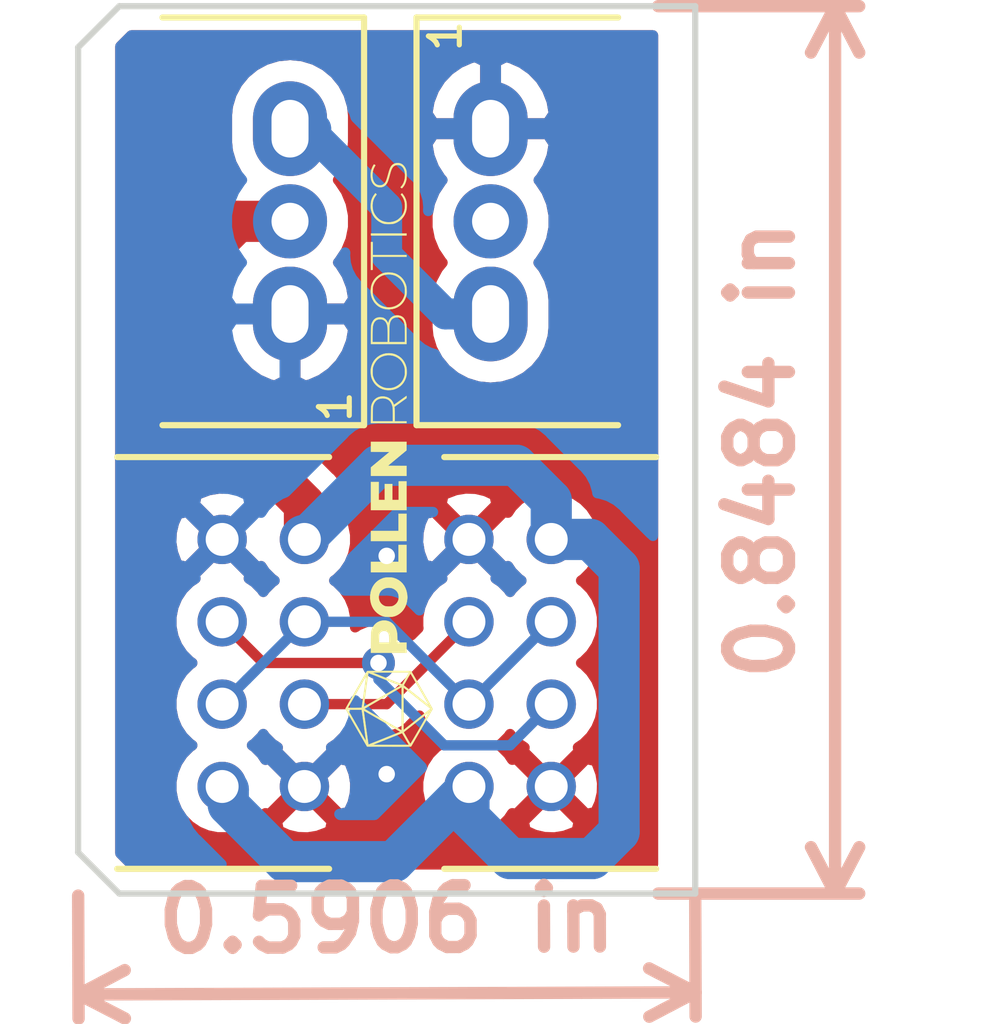
<source format=kicad_pcb>
(kicad_pcb (version 20171130) (host pcbnew "(5.1.9-0-10_14)")

  (general
    (thickness 1.6)
    (drawings 8)
    (tracks 48)
    (zones 0)
    (modules 5)
    (nets 8)
  )

  (page A4)
  (layers
    (0 F.Cu signal)
    (31 B.Cu signal)
    (32 B.Adhes user)
    (33 F.Adhes user)
    (34 B.Paste user)
    (35 F.Paste user)
    (36 B.SilkS user)
    (37 F.SilkS user)
    (38 B.Mask user)
    (39 F.Mask user)
    (40 Dwgs.User user)
    (41 Cmts.User user)
    (42 Eco1.User user)
    (43 Eco2.User user)
    (44 Edge.Cuts user)
    (45 Margin user)
    (46 B.CrtYd user)
    (47 F.CrtYd user)
    (48 B.Fab user)
    (49 F.Fab user)
  )

  (setup
    (last_trace_width 0.25)
    (user_trace_width 0.75)
    (user_trace_width 1)
    (trace_clearance 0.2)
    (zone_clearance 0.508)
    (zone_45_only no)
    (trace_min 0.2)
    (via_size 0.8)
    (via_drill 0.4)
    (via_min_size 0.4)
    (via_min_drill 0.3)
    (uvia_size 0.3)
    (uvia_drill 0.1)
    (uvias_allowed no)
    (uvia_min_size 0.2)
    (uvia_min_drill 0.1)
    (edge_width 0.15)
    (segment_width 0.2)
    (pcb_text_width 0.3)
    (pcb_text_size 1.5 1.5)
    (mod_edge_width 0.15)
    (mod_text_size 1 1)
    (mod_text_width 0.15)
    (pad_size 1.524 1.524)
    (pad_drill 0.762)
    (pad_to_mask_clearance 0.2)
    (solder_mask_min_width 0.25)
    (aux_axis_origin 0 0)
    (visible_elements 7FFFFF7F)
    (pcbplotparams
      (layerselection 0x00030_ffffffff)
      (usegerberextensions false)
      (usegerberattributes false)
      (usegerberadvancedattributes false)
      (creategerberjobfile false)
      (excludeedgelayer true)
      (linewidth 0.100000)
      (plotframeref false)
      (viasonmask false)
      (mode 1)
      (useauxorigin false)
      (hpglpennumber 1)
      (hpglpenspeed 20)
      (hpglpendiameter 15.000000)
      (psnegative false)
      (psa4output false)
      (plotreference true)
      (plotvalue true)
      (plotinvisibletext false)
      (padsonsilk false)
      (subtractmaskfromsilk false)
      (outputformat 1)
      (mirror false)
      (drillshape 1)
      (scaleselection 1)
      (outputdirectory ""))
  )

  (net 0 "")
  (net 1 "Net-(J1-Pad4)")
  (net 2 "Net-(J1-Pad5)")
  (net 3 /PS)
  (net 4 /GND)
  (net 5 /PTP)
  (net 6 /DATA)
  (net 7 "Net-(J4-Pad2)")

  (net_class Default "Ceci est la Netclass par défaut."
    (clearance 0.2)
    (trace_width 0.25)
    (via_dia 0.8)
    (via_drill 0.4)
    (uvia_dia 0.3)
    (uvia_drill 0.1)
    (add_net /DATA)
    (add_net /GND)
    (add_net /PTP)
    (add_net "Net-(J1-Pad4)")
    (add_net "Net-(J1-Pad5)")
    (add_net "Net-(J4-Pad2)")
  )

  (net_class Power ""
    (clearance 0.2)
    (trace_width 0.5)
    (via_dia 0.8)
    (via_drill 0.4)
    (uvia_dia 0.3)
    (uvia_drill 0.1)
    (add_net /PS)
  )

  (module Logos:pollen_logo_horizontal_xsmall (layer F.Cu) (tedit 0) (tstamp 608A13EA)
    (at 102.05 42.9 90)
    (fp_text reference G*** (at 0 0 90) (layer F.SilkS) hide
      (effects (font (size 1.524 1.524) (thickness 0.3)))
    )
    (fp_text value LOGO (at 0.75 0 90) (layer F.SilkS) hide
      (effects (font (size 1.524 1.524) (thickness 0.3)))
    )
    (fp_poly (pts (xy -6.204755 -1.047168) (xy -6.191138 -1.039804) (xy -6.170166 -1.028167) (xy -6.142558 -1.012672)
      (xy -6.10903 -0.993729) (xy -6.070299 -0.971752) (xy -6.027083 -0.947153) (xy -5.9801 -0.920344)
      (xy -5.930067 -0.891738) (xy -5.8777 -0.861748) (xy -5.823718 -0.830785) (xy -5.768838 -0.799263)
      (xy -5.713777 -0.767594) (xy -5.659252 -0.736189) (xy -5.605982 -0.705463) (xy -5.554682 -0.675826)
      (xy -5.506072 -0.647692) (xy -5.460867 -0.621473) (xy -5.419785 -0.597582) (xy -5.383544 -0.57643)
      (xy -5.352861 -0.558431) (xy -5.328454 -0.543997) (xy -5.311039 -0.53354) (xy -5.301335 -0.527473)
      (xy -5.299618 -0.526234) (xy -5.298534 -0.520224) (xy -5.297542 -0.504873) (xy -5.296643 -0.481002)
      (xy -5.295836 -0.449429) (xy -5.295121 -0.410972) (xy -5.294498 -0.366453) (xy -5.293967 -0.316689)
      (xy -5.293527 -0.2625) (xy -5.293179 -0.204705) (xy -5.292923 -0.144123) (xy -5.292758 -0.081574)
      (xy -5.292684 -0.017877) (xy -5.292702 0.046149) (xy -5.29281 0.109685) (xy -5.29301 0.171912)
      (xy -5.2933 0.23201) (xy -5.293682 0.28916) (xy -5.294153 0.342543) (xy -5.294716 0.39134)
      (xy -5.295369 0.434731) (xy -5.296112 0.471898) (xy -5.296946 0.502021) (xy -5.297869 0.52428)
      (xy -5.298883 0.537858) (xy -5.299756 0.541915) (xy -5.305702 0.546002) (xy -5.319686 0.554638)
      (xy -5.34099 0.567414) (xy -5.368902 0.583921) (xy -5.402705 0.603748) (xy -5.441685 0.626486)
      (xy -5.485126 0.651724) (xy -5.532314 0.679052) (xy -5.582533 0.708061) (xy -5.635069 0.73834)
      (xy -5.689206 0.769481) (xy -5.744229 0.801071) (xy -5.799424 0.832703) (xy -5.854075 0.863965)
      (xy -5.907468 0.894448) (xy -5.958887 0.923742) (xy -6.007617 0.951437) (xy -6.052943 0.977122)
      (xy -6.09415 1.000389) (xy -6.130524 1.020827) (xy -6.161348 1.038026) (xy -6.185908 1.051576)
      (xy -6.20349 1.061067) (xy -6.213377 1.06609) (xy -6.215256 1.0668) (xy -6.226261 1.064775)
      (xy -6.230874 1.062156) (xy -6.235862 1.05902) (xy -6.249057 1.051159) (xy -6.269862 1.038921)
      (xy -6.297681 1.022652) (xy -6.331917 1.0027) (xy -6.371973 0.97941) (xy -6.417252 0.95313)
      (xy -6.467158 0.924207) (xy -6.521095 0.892986) (xy -6.578464 0.859816) (xy -6.63867 0.825042)
      (xy -6.67766 0.802541) (xy -6.739379 0.76692) (xy -6.798662 0.732676) (xy -6.854912 0.700156)
      (xy -6.907527 0.669708) (xy -6.95591 0.64168) (xy -6.99946 0.61642) (xy -7.037578 0.594276)
      (xy -7.069665 0.575596) (xy -7.09512 0.560727) (xy -7.113345 0.550017) (xy -7.12374 0.543815)
      (xy -7.125994 0.542383) (xy -7.127049 0.539635) (xy -7.127978 0.532886) (xy -7.128524 0.52528)
      (xy -7.064756 0.52528) (xy -7.063572 0.527651) (xy -7.057377 0.532717) (xy -7.045803 0.540701)
      (xy -7.02848 0.551825) (xy -7.00504 0.566309) (xy -6.975114 0.584377) (xy -6.938333 0.60625)
      (xy -6.894329 0.63215) (xy -6.842732 0.662298) (xy -6.783174 0.696917) (xy -6.715286 0.736229)
      (xy -6.686296 0.752983) (xy -6.628933 0.786107) (xy -6.574124 0.81774) (xy -6.522502 0.847517)
      (xy -6.4747 0.875073) (xy -6.431351 0.900045) (xy -6.393087 0.922067) (xy -6.360544 0.940776)
      (xy -6.334352 0.955807) (xy -6.315147 0.966795) (xy -6.303559 0.973376) (xy -6.300171 0.975233)
      (xy -6.300849 0.97188) (xy -6.302405 0.96901) (xy -6.306101 0.964073) (xy -6.315489 0.95194)
      (xy -6.329959 0.933385) (xy -6.3489 0.909182) (xy -6.371703 0.880105) (xy -6.397757 0.846928)
      (xy -6.426454 0.810424) (xy -6.457182 0.771368) (xy -6.489333 0.730534) (xy -6.522295 0.688695)
      (xy -6.55546 0.646625) (xy -6.588217 0.605098) (xy -6.619957 0.564889) (xy -6.650069 0.52677)
      (xy -6.677943 0.491517) (xy -6.70297 0.459902) (xy -6.72454 0.4327) (xy -6.742042 0.410685)
      (xy -6.754868 0.394631) (xy -6.762406 0.385311) (xy -6.762546 0.385142) (xy -6.78219 0.361344)
      (xy -6.920425 0.440522) (xy -6.954699 0.460218) (xy -6.986264 0.478481) (xy -7.014004 0.494655)
      (xy -7.036797 0.508082) (xy -7.053526 0.518106) (xy -7.06307 0.524068) (xy -7.064756 0.52528)
      (xy -7.128524 0.52528) (xy -7.128786 0.521645) (xy -7.129476 0.50542) (xy -7.129807 0.492965)
      (xy -7.09168 0.492965) (xy -7.067337 0.478892) (xy -7.056389 0.472598) (xy -7.038073 0.462107)
      (xy -7.013847 0.448252) (xy -6.985169 0.431868) (xy -6.953498 0.413788) (xy -6.922737 0.39624)
      (xy -6.891157 0.378142) (xy -6.862672 0.361651) (xy -6.856682 0.35814) (xy -6.732053 0.35814)
      (xy -6.651877 0.45974) (xy -6.583277 0.546648) (xy -6.520843 0.625697) (xy -6.464469 0.697022)
      (xy -6.414048 0.760755) (xy -6.369475 0.817031) (xy -6.330643 0.865983) (xy -6.297446 0.907746)
      (xy -6.269776 0.942452) (xy -6.247529 0.970236) (xy -6.230598 0.991231) (xy -6.218876 1.005572)
      (xy -6.212257 1.013392) (xy -6.210568 1.015051) (xy -6.207309 1.010911) (xy -6.198226 0.999388)
      (xy -6.183787 0.981076) (xy -6.183581 0.980814) (xy -6.133091 0.980814) (xy -6.044696 0.929724)
      (xy -6.024769 0.91821) (xy -5.997063 0.902204) (xy -5.962596 0.882296) (xy -5.922389 0.859075)
      (xy -5.87746 0.833128) (xy -5.82883 0.805044) (xy -5.777516 0.775413) (xy -5.72454 0.744823)
      (xy -5.670919 0.713863) (xy -5.65531 0.704851) (xy -5.604715 0.675599) (xy -5.556795 0.647818)
      (xy -5.512261 0.621925) (xy -5.471827 0.598338) (xy -5.436204 0.577474) (xy -5.406106 0.559753)
      (xy -5.382245 0.545591) (xy -5.365333 0.535406) (xy -5.356082 0.529617) (xy -5.354506 0.528423)
      (xy -5.358787 0.525312) (xy -5.370773 0.51787) (xy -5.389325 0.506769) (xy -5.413305 0.492682)
      (xy -5.441576 0.476284) (xy -5.473001 0.458247) (xy -5.474835 0.4572) (xy -5.507947 0.438295)
      (xy -5.539406 0.420325) (xy -5.567758 0.404123) (xy -5.591545 0.390521) (xy -5.609313 0.380351)
      (xy -5.619131 0.374717) (xy -5.643283 0.360815) (xy -5.870618 0.649037) (xy -5.908366 0.696889)
      (xy -5.944639 0.742858) (xy -5.97889 0.78625) (xy -6.010569 0.826372) (xy -6.039131 0.862532)
      (xy -6.064027 0.894035) (xy -6.084709 0.920189) (xy -6.10063 0.940301) (xy -6.111243 0.953677)
      (xy -6.115522 0.959037) (xy -6.133091 0.980814) (xy -6.183581 0.980814) (xy -6.164461 0.956567)
      (xy -6.140716 0.926456) (xy -6.113021 0.891336) (xy -6.081843 0.851802) (xy -6.047651 0.808447)
      (xy -6.010913 0.761865) (xy -5.972098 0.71265) (xy -5.951589 0.686647) (xy -5.911949 0.636329)
      (xy -5.874222 0.588327) (xy -5.838868 0.543232) (xy -5.806349 0.501641) (xy -5.777128 0.464147)
      (xy -5.751665 0.431343) (xy -5.730422 0.403824) (xy -5.713861 0.382183) (xy -5.702443 0.367015)
      (xy -5.69663 0.358914) (xy -5.695974 0.357693) (xy -5.701242 0.357409) (xy -5.715993 0.357161)
      (xy -5.739548 0.35695) (xy -5.771229 0.356777) (xy -5.810358 0.356643) (xy -5.856258 0.35655)
      (xy -5.90825 0.356498) (xy -5.965656 0.356488) (xy -6.0278 0.356523) (xy -6.094002 0.356602)
      (xy -6.163585 0.356727) (xy -6.215084 0.356845) (xy -6.732053 0.35814) (xy -6.856682 0.35814)
      (xy -6.838417 0.347436) (xy -6.81953 0.33617) (xy -6.807147 0.328524) (xy -6.803991 0.326291)
      (xy -5.618638 0.326291) (xy -5.618598 0.326677) (xy -5.613391 0.33019) (xy -5.600698 0.337962)
      (xy -5.581808 0.349247) (xy -5.558006 0.3633) (xy -5.530578 0.379375) (xy -5.500813 0.396726)
      (xy -5.469997 0.414609) (xy -5.439416 0.432276) (xy -5.410358 0.448983) (xy -5.384108 0.463983)
      (xy -5.361955 0.476532) (xy -5.345184 0.485882) (xy -5.335082 0.49129) (xy -5.33273 0.492336)
      (xy -5.33217 0.48744) (xy -5.331641 0.473105) (xy -5.331149 0.450052) (xy -5.3307 0.419002)
      (xy -5.330298 0.380677) (xy -5.329951 0.335797) (xy -5.329663 0.285082) (xy -5.329441 0.229255)
      (xy -5.329289 0.169037) (xy -5.329214 0.105147) (xy -5.329218 0.04191) (xy -5.329515 -0.40894)
      (xy -5.475927 -0.04318) (xy -5.499038 0.014723) (xy -5.520931 0.069906) (xy -5.541328 0.121644)
      (xy -5.559946 0.169209) (xy -5.576508 0.211875) (xy -5.590731 0.248915) (xy -5.602335 0.279603)
      (xy -5.611042 0.303213) (xy -5.616569 0.319018) (xy -5.618638 0.326291) (xy -6.803991 0.326291)
      (xy -6.802404 0.325169) (xy -6.802387 0.32512) (xy -6.804215 0.320113) (xy -6.806214 0.31496)
      (xy -6.741736 0.31496) (xy -5.683932 0.31496) (xy -5.700736 0.285335) (xy -5.713137 0.263587)
      (xy -5.729321 0.235382) (xy -5.748876 0.201431) (xy -5.771389 0.162441) (xy -5.796448 0.119122)
      (xy -5.823639 0.072181) (xy -5.852551 0.022328) (xy -5.88277 -0.029729) (xy -5.913884 -0.083281)
      (xy -5.94548 -0.137619) (xy -5.977146 -0.192035) (xy -6.008469 -0.245819) (xy -6.039036 -0.298264)
      (xy -6.068435 -0.34866) (xy -6.096253 -0.396298) (xy -6.122076 -0.440471) (xy -6.145494 -0.480469)
      (xy -6.166093 -0.515584) (xy -6.18346 -0.545107) (xy -6.197182 -0.568329) (xy -6.206848 -0.584541)
      (xy -6.212044 -0.593035) (xy -6.21284 -0.594167) (xy -6.215685 -0.589839) (xy -6.223262 -0.577304)
      (xy -6.235224 -0.557155) (xy -6.251227 -0.529986) (xy -6.270923 -0.496388) (xy -6.293966 -0.456955)
      (xy -6.320011 -0.41228) (xy -6.34871 -0.362956) (xy -6.379718 -0.309575) (xy -6.412689 -0.252731)
      (xy -6.447275 -0.193017) (xy -6.46684 -0.159201) (xy -6.502425 -0.09768) (xy -6.536744 -0.03836)
      (xy -6.569432 0.018131) (xy -6.600125 0.071165) (xy -6.628461 0.120113) (xy -6.654074 0.164347)
      (xy -6.676602 0.203238) (xy -6.695679 0.236159) (xy -6.710943 0.262479) (xy -6.722029 0.281572)
      (xy -6.728573 0.292808) (xy -6.730018 0.295267) (xy -6.741736 0.31496) (xy -6.806214 0.31496)
      (xy -6.809535 0.306406) (xy -6.818059 0.284726) (xy -6.829496 0.255801) (xy -6.843557 0.220361)
      (xy -6.859954 0.179133) (xy -6.878396 0.132847) (xy -6.898593 0.08223) (xy -6.920257 0.028012)
      (xy -6.943099 -0.029079) (xy -6.94671 -0.0381) (xy -7.091127 -0.39878) (xy -7.091404 0.047092)
      (xy -7.09168 0.492965) (xy -7.129807 0.492965) (xy -7.130054 0.48372) (xy -7.130523 0.456054)
      (xy -7.13089 0.421928) (xy -7.131158 0.380853) (xy -7.131333 0.332336) (xy -7.131418 0.275887)
      (xy -7.131418 0.211012) (xy -7.131339 0.137222) (xy -7.131185 0.054023) (xy -7.131074 0.005952)
      (xy -7.129852 -0.495817) (xy -7.085119 -0.495817) (xy -7.069018 -0.454919) (xy -7.052111 -0.412075)
      (xy -7.033525 -0.365151) (xy -7.013582 -0.314952) (xy -6.992606 -0.262282) (xy -6.970921 -0.207946)
      (xy -6.94885 -0.152747) (xy -6.926717 -0.09749) (xy -6.904845 -0.04298) (xy -6.883558 0.009979)
      (xy -6.863179 0.060583) (xy -6.844033 0.108028) (xy -6.826442 0.151509) (xy -6.810729 0.190221)
      (xy -6.79722 0.223361) (xy -6.786236 0.250125) (xy -6.778103 0.269707) (xy -6.773142 0.281303)
      (xy -6.771673 0.284291) (xy -6.768827 0.279962) (xy -6.761243 0.26742) (xy -6.749264 0.247252)
      (xy -6.733231 0.220041) (xy -6.713487 0.186375) (xy -6.690373 0.146838) (xy -6.664233 0.102018)
      (xy -6.635407 0.052498) (xy -6.604239 -0.001134) (xy -6.57107 -0.058292) (xy -6.536243 -0.118393)
      (xy -6.511454 -0.161219) (xy -6.475734 -0.223017) (xy -6.441524 -0.282314) (xy -6.40916 -0.338524)
      (xy -6.378978 -0.391058) (xy -6.351314 -0.439328) (xy -6.326502 -0.482745) (xy -6.30488 -0.520722)
      (xy -6.286782 -0.552671) (xy -6.272544 -0.578003) (xy -6.262503 -0.59613) (xy -6.256993 -0.606463)
      (xy -6.256009 -0.608743) (xy -6.26126 -0.608397) (xy -6.275824 -0.606737) (xy -6.298953 -0.603862)
      (xy -6.329898 -0.599872) (xy -6.367912 -0.594865) (xy -6.412245 -0.588943) (xy -6.462151 -0.582204)
      (xy -6.516881 -0.574748) (xy -6.575686 -0.566676) (xy -6.637819 -0.558085) (xy -6.671666 -0.553381)
      (xy -7.085119 -0.495817) (xy -7.129852 -0.495817) (xy -7.12978 -0.525293) (xy -7.088704 -0.549061)
      (xy -7.004523 -0.549061) (xy -7.003225 -0.54864) (xy -6.997639 -0.549324) (xy -6.982792 -0.551301)
      (xy -6.959485 -0.55446) (xy -6.928519 -0.558693) (xy -6.890695 -0.563889) (xy -6.846814 -0.569936)
      (xy -6.797677 -0.576726) (xy -6.744086 -0.584148) (xy -6.686842 -0.592092) (xy -6.632639 -0.599627)
      (xy -6.572391 -0.608018) (xy -6.567125 -0.608753) (xy -6.166623 -0.608753) (xy -6.164766 -0.604223)
      (xy -6.158127 -0.591498) (xy -6.147038 -0.571163) (xy -6.131831 -0.543803) (xy -6.112837 -0.510002)
      (xy -6.090389 -0.470346) (xy -6.064818 -0.425418) (xy -6.036456 -0.375805) (xy -6.005634 -0.32209)
      (xy -5.972684 -0.264859) (xy -5.937939 -0.204696) (xy -5.911581 -0.159175) (xy -5.651959 0.288711)
      (xy -5.495738 -0.103089) (xy -5.471866 -0.162998) (xy -5.449131 -0.220132) (xy -5.427806 -0.273796)
      (xy -5.408167 -0.323295) (xy -5.390489 -0.367935) (xy -5.375045 -0.407021) (xy -5.362111 -0.439858)
      (xy -5.351961 -0.465752) (xy -5.344869 -0.484008) (xy -5.341111 -0.493931) (xy -5.340568 -0.495596)
      (xy -5.345929 -0.496575) (xy -5.360442 -0.498785) (xy -5.383194 -0.5021) (xy -5.413273 -0.506395)
      (xy -5.449764 -0.511546) (xy -5.491755 -0.517427) (xy -5.538334 -0.523913) (xy -5.588586 -0.530878)
      (xy -5.6416 -0.538199) (xy -5.696461 -0.54575) (xy -5.752257 -0.553405) (xy -5.808075 -0.56104)
      (xy -5.863002 -0.56853) (xy -5.916124 -0.57575) (xy -5.96653 -0.582573) (xy -6.013305 -0.588877)
      (xy -6.055537 -0.594534) (xy -6.092312 -0.599421) (xy -6.122718 -0.603412) (xy -6.145842 -0.606383)
      (xy -6.16077 -0.608207) (xy -6.16659 -0.60876) (xy -6.166623 -0.608753) (xy -6.567125 -0.608753)
      (xy -6.514781 -0.616058) (xy -6.460648 -0.623628) (xy -6.410828 -0.630612) (xy -6.366159 -0.636891)
      (xy -6.327478 -0.642347) (xy -6.295624 -0.646862) (xy -6.271433 -0.650319) (xy -6.255743 -0.652599)
      (xy -6.24967 -0.653532) (xy -6.23316 -0.656451) (xy -6.23316 -0.826066) (xy -6.233218 -0.864397)
      (xy -6.192503 -0.864397) (xy -6.192467 -0.828688) (xy -6.192302 -0.792849) (xy -6.192014 -0.758312)
      (xy -6.191606 -0.72651) (xy -6.191084 -0.698875) (xy -6.19045 -0.676839) (xy -6.189711 -0.661836)
      (xy -6.18887 -0.655299) (xy -6.18871 -0.655131) (xy -6.183184 -0.654408) (xy -6.168389 -0.652375)
      (xy -6.145119 -0.649142) (xy -6.114166 -0.644821) (xy -6.076322 -0.639523) (xy -6.032379 -0.633359)
      (xy -5.98313 -0.62644) (xy -5.929367 -0.618877) (xy -5.871883 -0.610781) (xy -5.81152 -0.602271)
      (xy -5.750836 -0.593729) (xy -5.692877 -0.585609) (xy -5.638461 -0.578023) (xy -5.588404 -0.571081)
      (xy -5.543524 -0.564898) (xy -5.504638 -0.559584) (xy -5.472565 -0.555253) (xy -5.44812 -0.552016)
      (xy -5.432122 -0.549985) (xy -5.42544 -0.549274) (xy -5.416794 -0.549426) (xy -5.417608 -0.55156)
      (xy -5.4229 -0.554715) (xy -5.428754 -0.558079) (xy -5.442746 -0.566141) (xy -5.464219 -0.578523)
      (xy -5.492513 -0.594842) (xy -5.526969 -0.614719) (xy -5.566927 -0.637774) (xy -5.611728 -0.663625)
      (xy -5.660712 -0.691893) (xy -5.71322 -0.722197) (xy -5.768593 -0.754156) (xy -5.810043 -0.778081)
      (xy -5.866859 -0.810858) (xy -5.921139 -0.842136) (xy -5.972241 -0.871549) (xy -6.019523 -0.898728)
      (xy -6.062344 -0.923305) (xy -6.100059 -0.944912) (xy -6.132029 -0.963181) (xy -6.15761 -0.977744)
      (xy -6.17616 -0.988234) (xy -6.187037 -0.994281) (xy -6.189773 -0.995681) (xy -6.190601 -0.99084)
      (xy -6.191274 -0.977273) (xy -6.191796 -0.956413) (xy -6.192172 -0.929692) (xy -6.192406 -0.898542)
      (xy -6.192503 -0.864397) (xy -6.233218 -0.864397) (xy -6.233222 -0.866426) (xy -6.233395 -0.903351)
      (xy -6.233667 -0.935664) (xy -6.234021 -0.962189) (xy -6.234444 -0.981748) (xy -6.23492 -0.993164)
      (xy -6.235285 -0.99568) (xy -6.23997 -0.993208) (xy -6.252673 -0.986088) (xy -6.272621 -0.974767)
      (xy -6.299041 -0.959691) (xy -6.331159 -0.941305) (xy -6.368203 -0.920056) (xy -6.409398 -0.89639)
      (xy -6.453973 -0.870753) (xy -6.501154 -0.843592) (xy -6.550168 -0.815351) (xy -6.600241 -0.786478)
      (xy -6.650601 -0.757418) (xy -6.700474 -0.728618) (xy -6.749088 -0.700523) (xy -6.795669 -0.67358)
      (xy -6.839444 -0.648234) (xy -6.87964 -0.624932) (xy -6.915484 -0.60412) (xy -6.946202 -0.586244)
      (xy -6.971022 -0.57175) (xy -6.98917 -0.561084) (xy -6.999874 -0.554692) (xy -7.002526 -0.552997)
      (xy -7.004523 -0.549061) (xy -7.088704 -0.549061) (xy -6.67512 -0.788373) (xy -6.601541 -0.830876)
      (xy -6.533147 -0.870238) (xy -6.470298 -0.906258) (xy -6.413354 -0.938732) (xy -6.362673 -0.96746)
      (xy -6.318613 -0.992239) (xy -6.281536 -1.012866) (xy -6.251799 -1.029141) (xy -6.229762 -1.040861)
      (xy -6.215783 -1.047823) (xy -6.2103 -1.049848) (xy -6.204755 -1.047168)) (layer F.SilkS) (width 0.01))
    (fp_poly (pts (xy -3.461128 -0.448031) (xy -3.448281 -0.446951) (xy -3.377939 -0.435737) (xy -3.312177 -0.416126)
      (xy -3.251567 -0.388575) (xy -3.196683 -0.353543) (xy -3.148097 -0.311485) (xy -3.106383 -0.262858)
      (xy -3.072115 -0.20812) (xy -3.045865 -0.147728) (xy -3.036848 -0.118925) (xy -3.03032 -0.086502)
      (xy -3.026293 -0.047398) (xy -3.024767 -0.004779) (xy -3.025741 0.03819) (xy -3.029217 0.078341)
      (xy -3.035194 0.112509) (xy -3.036848 0.118924) (xy -3.059317 0.181711) (xy -3.090059 0.239044)
      (xy -3.128504 0.290468) (xy -3.174079 0.335526) (xy -3.226214 0.373763) (xy -3.284338 0.404724)
      (xy -3.347878 0.427953) (xy -3.416263 0.442995) (xy -3.448367 0.446962) (xy -3.471775 0.449018)
      (xy -3.4922 0.450513) (xy -3.507033 0.451271) (xy -3.51282 0.451261) (xy -3.524514 0.450299)
      (xy -3.540278 0.449019) (xy -3.5433 0.448776) (xy -3.615584 0.438518) (xy -3.683146 0.419942)
      (xy -3.745455 0.393356) (xy -3.801981 0.359066) (xy -3.852192 0.317382) (xy -3.895558 0.268611)
      (xy -3.92239 0.229037) (xy -3.944363 0.188589) (xy -3.960483 0.149119) (xy -3.97139 0.108096)
      (xy -3.977722 0.062987) (xy -3.980117 0.011259) (xy -3.98018 0) (xy -3.730931 0)
      (xy -3.730109 0.037562) (xy -3.727136 0.067685) (xy -3.721256 0.092989) (xy -3.711709 0.116099)
      (xy -3.697738 0.139638) (xy -3.685609 0.156842) (xy -3.655082 0.190055) (xy -3.61858 0.215775)
      (xy -3.577351 0.233654) (xy -3.532645 0.24334) (xy -3.485711 0.244485) (xy -3.4378 0.236739)
      (xy -3.41946 0.231345) (xy -3.382048 0.213765) (xy -3.348176 0.187757) (xy -3.319077 0.15479)
      (xy -3.295981 0.116329) (xy -3.280121 0.073843) (xy -3.277262 0.061979) (xy -3.270926 0.011831)
      (xy -3.27311 -0.036796) (xy -3.283257 -0.082811) (xy -3.300811 -0.125124) (xy -3.325217 -0.162646)
      (xy -3.355918 -0.194285) (xy -3.392359 -0.218952) (xy -3.428135 -0.233843) (xy -3.474817 -0.243531)
      (xy -3.521408 -0.244275) (xy -3.566473 -0.236502) (xy -3.608578 -0.22064) (xy -3.646287 -0.197117)
      (xy -3.678164 -0.166363) (xy -3.685441 -0.157071) (xy -3.702834 -0.131727) (xy -3.715283 -0.1086)
      (xy -3.723549 -0.085063) (xy -3.728394 -0.058487) (xy -3.730577 -0.026245) (xy -3.730931 0)
      (xy -3.98018 0) (xy -3.978489 -0.053341) (xy -3.972988 -0.099561) (xy -3.963039 -0.141193)
      (xy -3.948003 -0.180769) (xy -3.927241 -0.220822) (xy -3.92239 -0.229038) (xy -3.884614 -0.282268)
      (xy -3.83966 -0.3288) (xy -3.788276 -0.368288) (xy -3.731212 -0.400388) (xy -3.669216 -0.424757)
      (xy -3.603037 -0.44105) (xy -3.533425 -0.448923) (xy -3.461128 -0.448031)) (layer F.SilkS) (width 0.01))
    (fp_poly (pts (xy 2.035879 -0.433934) (xy 2.050208 -0.432059) (xy 2.116462 -0.416585) (xy 2.177854 -0.392542)
      (xy 2.23381 -0.36035) (xy 2.283757 -0.320432) (xy 2.327122 -0.273209) (xy 2.36333 -0.219102)
      (xy 2.377679 -0.191485) (xy 2.401403 -0.129952) (xy 2.415452 -0.065464) (xy 2.419775 0.001687)
      (xy 2.417556 0.04445) (xy 2.411529 0.089841) (xy 2.40204 0.129814) (xy 2.387871 0.168858)
      (xy 2.377679 0.191484) (xy 2.345032 0.248646) (xy 2.304931 0.299138) (xy 2.257919 0.342554)
      (xy 2.204539 0.378491) (xy 2.145336 0.406544) (xy 2.080853 0.426309) (xy 2.055197 0.431541)
      (xy 2.037642 0.43359) (xy 2.013281 0.43506) (xy 1.985151 0.435915) (xy 1.95629 0.436118)
      (xy 1.929735 0.435633) (xy 1.908524 0.434425) (xy 1.89992 0.433387) (xy 1.832434 0.417493)
      (xy 1.770369 0.393412) (xy 1.714211 0.361654) (xy 1.664449 0.322727) (xy 1.621569 0.277138)
      (xy 1.58606 0.225398) (xy 1.558408 0.168013) (xy 1.539101 0.105494) (xy 1.529439 0.046989)
      (xy 1.527905 0) (xy 1.572425 0) (xy 1.573304 0.040732) (xy 1.57639 0.074589)
      (xy 1.582358 0.104736) (xy 1.591882 0.134343) (xy 1.605636 0.166575) (xy 1.609741 0.17526)
      (xy 1.641473 0.230258) (xy 1.680363 0.27814) (xy 1.726047 0.318619) (xy 1.77816 0.35141)
      (xy 1.836338 0.376226) (xy 1.88163 0.388961) (xy 1.904297 0.392299) (xy 1.934084 0.394151)
      (xy 1.96807 0.394586) (xy 2.003335 0.393671) (xy 2.036958 0.391477) (xy 2.066019 0.388072)
      (xy 2.08534 0.384172) (xy 2.114406 0.374275) (xy 2.147348 0.359925) (xy 2.180741 0.342871)
      (xy 2.211157 0.324864) (xy 2.235169 0.307654) (xy 2.2352 0.307629) (xy 2.279301 0.264798)
      (xy 2.315644 0.215968) (xy 2.34385 0.162125) (xy 2.363539 0.104256) (xy 2.374332 0.043348)
      (xy 2.375848 -0.019615) (xy 2.373114 -0.050726) (xy 2.360499 -0.114422) (xy 2.339348 -0.172849)
      (xy 2.309912 -0.225649) (xy 2.27244 -0.272463) (xy 2.227184 -0.312934) (xy 2.174394 -0.346702)
      (xy 2.16154 -0.353322) (xy 2.130404 -0.367929) (xy 2.103023 -0.37862) (xy 2.076696 -0.38597)
      (xy 2.048723 -0.39055) (xy 2.016402 -0.392933) (xy 1.977033 -0.393691) (xy 1.97104 -0.3937)
      (xy 1.939044 -0.393508) (xy 1.914794 -0.392769) (xy 1.895879 -0.391237) (xy 1.87989 -0.388669)
      (xy 1.864417 -0.384818) (xy 1.854641 -0.381873) (xy 1.793415 -0.35835) (xy 1.739964 -0.328514)
      (xy 1.693791 -0.29195) (xy 1.654399 -0.248245) (xy 1.621294 -0.196985) (xy 1.612646 -0.18034)
      (xy 1.596868 -0.146321) (xy 1.585677 -0.116233) (xy 1.578366 -0.08691) (xy 1.574229 -0.055185)
      (xy 1.57256 -0.017891) (xy 1.572425 0) (xy 1.527905 0) (xy 1.527222 -0.020911)
      (xy 1.534424 -0.086129) (xy 1.550575 -0.147976) (xy 1.575207 -0.205763) (xy 1.60785 -0.258799)
      (xy 1.648036 -0.306395) (xy 1.695296 -0.347863) (xy 1.74916 -0.382512) (xy 1.80916 -0.409652)
      (xy 1.848613 -0.422238) (xy 1.880248 -0.428743) (xy 1.918344 -0.433338) (xy 1.959348 -0.43585)
      (xy 1.99971 -0.436106) (xy 2.035879 -0.433934)) (layer F.SilkS) (width 0.01))
    (fp_poly (pts (xy 3.958534 -0.435496) (xy 4.013869 -0.430677) (xy 4.063336 -0.420977) (xy 4.110352 -0.405626)
      (xy 4.131716 -0.396628) (xy 4.187146 -0.366362) (xy 4.237526 -0.328029) (xy 4.281843 -0.282767)
      (xy 4.319083 -0.231717) (xy 4.348234 -0.17602) (xy 4.362776 -0.136536) (xy 4.375567 -0.081018)
      (xy 4.381316 -0.022159) (xy 4.380185 0.03772) (xy 4.372337 0.096304) (xy 4.357933 0.151272)
      (xy 4.339578 0.19558) (xy 4.305074 0.253065) (xy 4.263298 0.303568) (xy 4.214659 0.346758)
      (xy 4.159564 0.382306) (xy 4.09842 0.409882) (xy 4.059426 0.422346) (xy 4.035826 0.427158)
      (xy 4.005228 0.430989) (xy 3.970489 0.433719) (xy 3.934466 0.435225) (xy 3.900017 0.435387)
      (xy 3.869998 0.434081) (xy 3.8481 0.431353) (xy 3.781501 0.413503) (xy 3.72051 0.387545)
      (xy 3.665604 0.354052) (xy 3.61726 0.313601) (xy 3.575956 0.266766) (xy 3.542169 0.214124)
      (xy 3.516379 0.156248) (xy 3.499061 0.093716) (xy 3.490693 0.027101) (xy 3.490337 0.013928)
      (xy 3.532566 0.013928) (xy 3.539312 0.076295) (xy 3.555449 0.136618) (xy 3.580638 0.193716)
      (xy 3.614539 0.246406) (xy 3.623844 0.258155) (xy 3.662163 0.29735) (xy 3.707875 0.331729)
      (xy 3.758865 0.360059) (xy 3.813019 0.381106) (xy 3.851021 0.390716) (xy 3.873017 0.393516)
      (xy 3.901853 0.395074) (xy 3.934289 0.395423) (xy 3.967084 0.394597) (xy 3.997001 0.392631)
      (xy 4.020797 0.389558) (xy 4.024129 0.388901) (xy 4.084896 0.371116) (xy 4.141148 0.344814)
      (xy 4.192055 0.310681) (xy 4.236786 0.269401) (xy 4.27451 0.221658) (xy 4.304398 0.168137)
      (xy 4.311194 0.152344) (xy 4.327048 0.101236) (xy 4.33596 0.045375) (xy 4.337929 -0.012575)
      (xy 4.332957 -0.069949) (xy 4.321043 -0.124082) (xy 4.311194 -0.152345) (xy 4.290905 -0.195398)
      (xy 4.266086 -0.233794) (xy 4.234405 -0.271024) (xy 4.22656 -0.279125) (xy 4.185468 -0.315787)
      (xy 4.14114 -0.345113) (xy 4.090928 -0.368747) (xy 4.06908 -0.37681) (xy 4.050735 -0.383002)
      (xy 4.035691 -0.387435) (xy 4.021613 -0.390406) (xy 4.006168 -0.392211) (xy 3.98702 -0.393147)
      (xy 3.961835 -0.393509) (xy 3.937 -0.393584) (xy 3.904292 -0.393471) (xy 3.879476 -0.392883)
      (xy 3.860285 -0.391601) (xy 3.844452 -0.389405) (xy 3.829713 -0.386077) (xy 3.81508 -0.381798)
      (xy 3.753872 -0.357769) (xy 3.699277 -0.326215) (xy 3.651678 -0.287592) (xy 3.611457 -0.242355)
      (xy 3.578998 -0.190959) (xy 3.554683 -0.133859) (xy 3.538895 -0.07151) (xy 3.53555 -0.0493)
      (xy 3.532566 0.013928) (xy 3.490337 0.013928) (xy 3.48996 0) (xy 3.494566 -0.067944)
      (xy 3.508182 -0.132117) (xy 3.530506 -0.191929) (xy 3.561234 -0.246792) (xy 3.600064 -0.296119)
      (xy 3.646693 -0.339321) (xy 3.67538 -0.360142) (xy 3.729419 -0.391664) (xy 3.784141 -0.414435)
      (xy 3.841296 -0.428922) (xy 3.902634 -0.43559) (xy 3.958534 -0.435496)) (layer F.SilkS) (width 0.01))
    (fp_poly (pts (xy 6.03353 -0.435007) (xy 6.073125 -0.431613) (xy 6.108708 -0.42634) (xy 6.128553 -0.421852)
      (xy 6.183997 -0.402298) (xy 6.236305 -0.375166) (xy 6.273001 -0.349647) (xy 6.305223 -0.324121)
      (xy 6.291639 -0.309943) (xy 6.278055 -0.295764) (xy 6.241637 -0.323182) (xy 6.193606 -0.353824)
      (xy 6.141829 -0.375972) (xy 6.085379 -0.389914) (xy 6.023326 -0.395935) (xy 6.00456 -0.39624)
      (xy 5.940728 -0.39262) (xy 5.882977 -0.381434) (xy 5.830099 -0.362195) (xy 5.780888 -0.334416)
      (xy 5.734134 -0.297609) (xy 5.715 -0.2794) (xy 5.683971 -0.245998) (xy 5.659951 -0.214117)
      (xy 5.640917 -0.180624) (xy 5.624847 -0.142386) (xy 5.622686 -0.136381) (xy 5.607179 -0.078006)
      (xy 5.600566 -0.017153) (xy 5.602682 0.044393) (xy 5.61336 0.104847) (xy 5.632436 0.162424)
      (xy 5.654429 0.20658) (xy 5.669212 0.227851) (xy 5.689969 0.252551) (xy 5.714376 0.278348)
      (xy 5.740105 0.302911) (xy 5.764829 0.32391) (xy 5.786222 0.339015) (xy 5.787243 0.339621)
      (xy 5.838771 0.365613) (xy 5.891403 0.383316) (xy 5.947412 0.393322) (xy 6.00456 0.39624)
      (xy 6.065095 0.39296) (xy 6.119631 0.382674) (xy 6.17011 0.364707) (xy 6.218478 0.338386)
      (xy 6.261464 0.307276) (xy 6.277069 0.294734) (xy 6.29059 0.308846) (xy 6.30411 0.322959)
      (xy 6.270143 0.349887) (xy 6.218257 0.384649) (xy 6.160955 0.410914) (xy 6.09804 0.42877)
      (xy 6.083637 0.431541) (xy 6.061185 0.434177) (xy 6.032092 0.43571) (xy 5.999695 0.436152)
      (xy 5.967329 0.435512) (xy 5.938328 0.433804) (xy 5.916028 0.431038) (xy 5.91566 0.43097)
      (xy 5.849448 0.413676) (xy 5.788388 0.387839) (xy 5.732972 0.353834) (xy 5.683692 0.312037)
      (xy 5.64104 0.262825) (xy 5.605508 0.206574) (xy 5.595229 0.186108) (xy 5.582677 0.157878)
      (xy 5.573428 0.132354) (xy 5.567014 0.107055) (xy 5.562967 0.079503) (xy 5.560819 0.047216)
      (xy 5.560101 0.007714) (xy 5.560088 0) (xy 5.560606 -0.040995) (xy 5.562475 -0.074348)
      (xy 5.566161 -0.10254) (xy 5.572134 -0.128049) (xy 5.580861 -0.153358) (xy 5.592811 -0.180945)
      (xy 5.595229 -0.186109) (xy 5.628296 -0.244907) (xy 5.668409 -0.296469) (xy 5.715247 -0.340557)
      (xy 5.768491 -0.37693) (xy 5.827818 -0.405351) (xy 5.89291 -0.425579) (xy 5.925276 -0.432167)
      (xy 5.956147 -0.43546) (xy 5.993385 -0.436348) (xy 6.03353 -0.435007)) (layer F.SilkS) (width 0.01))
    (fp_poly (pts (xy 6.777452 -0.43569) (xy 6.817223 -0.4323) (xy 6.83514 -0.429471) (xy 6.881858 -0.418203)
      (xy 6.926317 -0.402845) (xy 6.965302 -0.384585) (xy 6.979757 -0.376025) (xy 7.005104 -0.35976)
      (xy 6.996946 -0.34371) (xy 6.991242 -0.332711) (xy 6.987855 -0.326593) (xy 6.987653 -0.326304)
      (xy 6.983101 -0.328027) (xy 6.972227 -0.333844) (xy 6.957354 -0.342509) (xy 6.956855 -0.342809)
      (xy 6.904656 -0.368948) (xy 6.848762 -0.386489) (xy 6.788131 -0.395705) (xy 6.74878 -0.397353)
      (xy 6.70622 -0.396315) (xy 6.670564 -0.392347) (xy 6.638831 -0.384864) (xy 6.60804 -0.373282)
      (xy 6.594931 -0.367182) (xy 6.558106 -0.34453) (xy 6.530024 -0.316709) (xy 6.510623 -0.283621)
      (xy 6.499839 -0.245165) (xy 6.497369 -0.2119) (xy 6.501257 -0.174284) (xy 6.513281 -0.141959)
      (xy 6.53415 -0.113287) (xy 6.544351 -0.103188) (xy 6.55828 -0.091218) (xy 6.572898 -0.080674)
      (xy 6.589443 -0.071054) (xy 6.609155 -0.061858) (xy 6.633272 -0.052583) (xy 6.663035 -0.042728)
      (xy 6.699682 -0.031792) (xy 6.744452 -0.019274) (xy 6.76656 -0.013265) (xy 6.818729 0.001329)
      (xy 6.862072 0.01469) (xy 6.897769 0.027351) (xy 6.926997 0.039843) (xy 6.950938 0.052701)
      (xy 6.970769 0.066457) (xy 6.987671 0.081643) (xy 6.995694 0.090284) (xy 7.017603 0.12262)
      (xy 7.032051 0.159991) (xy 7.038881 0.20037) (xy 7.037941 0.241735) (xy 7.029075 0.282061)
      (xy 7.013049 0.31777) (xy 6.989886 0.34833) (xy 6.958569 0.376156) (xy 6.921006 0.399919)
      (xy 6.879108 0.418286) (xy 6.86054 0.424109) (xy 6.834339 0.429321) (xy 6.800978 0.432936)
      (xy 6.763339 0.434912) (xy 6.724301 0.43521) (xy 6.686744 0.433789) (xy 6.65355 0.430606)
      (xy 6.63448 0.427315) (xy 6.586873 0.414319) (xy 6.541699 0.397228) (xy 6.50495 0.378734)
      (xy 6.486853 0.367222) (xy 6.46857 0.354088) (xy 6.452059 0.340934) (xy 6.439282 0.32936)
      (xy 6.4322 0.320968) (xy 6.431392 0.318651) (xy 6.434362 0.310423) (xy 6.44098 0.300094)
      (xy 6.450454 0.287769) (xy 6.477697 0.311611) (xy 6.518906 0.341408) (xy 6.567104 0.365464)
      (xy 6.620595 0.383314) (xy 6.677685 0.39449) (xy 6.736679 0.398527) (xy 6.785184 0.396193)
      (xy 6.837908 0.387901) (xy 6.882387 0.374545) (xy 6.91937 0.355777) (xy 6.949611 0.331251)
      (xy 6.965152 0.313204) (xy 6.981022 0.288375) (xy 6.99067 0.262952) (xy 6.995133 0.23351)
      (xy 6.995752 0.212134) (xy 6.991405 0.174443) (xy 6.978475 0.141218) (xy 6.956755 0.112233)
      (xy 6.926037 0.087261) (xy 6.886112 0.066077) (xy 6.84784 0.051844) (xy 6.830868 0.046687)
      (xy 6.806858 0.039731) (xy 6.778596 0.031766) (xy 6.748867 0.023584) (xy 6.73862 0.020813)
      (xy 6.687653 0.00674) (xy 6.645389 -0.005859) (xy 6.610578 -0.017545) (xy 6.581969 -0.028882)
      (xy 6.558311 -0.040429) (xy 6.538353 -0.052749) (xy 6.520844 -0.066404) (xy 6.504534 -0.081954)
      (xy 6.500647 -0.086044) (xy 6.482777 -0.107609) (xy 6.470306 -0.129488) (xy 6.46159 -0.155189)
      (xy 6.456228 -0.180794) (xy 6.453359 -0.225015) (xy 6.460006 -0.267282) (xy 6.475583 -0.306746)
      (xy 6.499507 -0.342556) (xy 6.531193 -0.373862) (xy 6.570056 -0.399814) (xy 6.615513 -0.419563)
      (xy 6.62178 -0.4216) (xy 6.653834 -0.429036) (xy 6.692582 -0.433941) (xy 6.734847 -0.436198)
      (xy 6.777452 -0.43569)) (layer F.SilkS) (width 0.01))
    (fp_poly (pts (xy -4.60375 -0.430471) (xy -4.545701 -0.430006) (xy -4.496772 -0.429541) (xy -4.455926 -0.428987)
      (xy -4.422124 -0.428259) (xy -4.394328 -0.427268) (xy -4.371499 -0.425927) (xy -4.352598 -0.424148)
      (xy -4.336588 -0.421844) (xy -4.32243 -0.418928) (xy -4.309085 -0.415313) (xy -4.295515 -0.41091)
      (xy -4.280681 -0.405633) (xy -4.27228 -0.402572) (xy -4.223293 -0.379622) (xy -4.179551 -0.348927)
      (xy -4.141998 -0.311587) (xy -4.111574 -0.268698) (xy -4.089224 -0.221359) (xy -4.076535 -0.174457)
      (xy -4.071462 -0.140294) (xy -4.069835 -0.110877) (xy -4.071651 -0.081397) (xy -4.076415 -0.049755)
      (xy -4.090608 0.001737) (xy -4.113729 0.048995) (xy -4.145104 0.091117) (xy -4.184062 0.127197)
      (xy -4.229388 0.15605) (xy -4.263936 0.17216) (xy -4.299718 0.18491) (xy -4.33831 0.194581)
      (xy -4.381286 0.201453) (xy -4.430223 0.205808) (xy -4.486694 0.207925) (xy -4.52247 0.208238)
      (xy -4.60756 0.20828) (xy -4.60756 0.4318) (xy -4.8514 0.4318) (xy -4.8514 -0.115615)
      (xy -4.60756 -0.115615) (xy -4.607411 -0.081045) (xy -4.606989 -0.049856) (xy -4.606339 -0.023483)
      (xy -4.605502 -0.003362) (xy -4.604523 0.009071) (xy -4.60375 0.012459) (xy -4.597007 0.014124)
      (xy -4.582085 0.01497) (xy -4.560925 0.015084) (xy -4.53547 0.014555) (xy -4.507658 0.01347)
      (xy -4.479433 0.011917) (xy -4.452734 0.009983) (xy -4.429503 0.007757) (xy -4.41168 0.005327)
      (xy -4.402861 0.003371) (xy -4.37064 -0.01113) (xy -4.346199 -0.032154) (xy -4.329471 -0.059786)
      (xy -4.320386 -0.094106) (xy -4.320211 -0.095387) (xy -4.32019 -0.130325) (xy -4.32899 -0.162839)
      (xy -4.345741 -0.191283) (xy -4.369572 -0.214007) (xy -4.38872 -0.225054) (xy -4.398089 -0.228838)
      (xy -4.408393 -0.23169) (xy -4.421323 -0.233785) (xy -4.438571 -0.2353) (xy -4.46183 -0.236412)
      (xy -4.492792 -0.237296) (xy -4.50977 -0.237669) (xy -4.60756 -0.239695) (xy -4.60756 -0.115615)
      (xy -4.8514 -0.115615) (xy -4.8514 -0.432414) (xy -4.60375 -0.430471)) (layer F.SilkS) (width 0.01))
    (fp_poly (pts (xy -2.64668 0.23876) (xy -2.2352 0.23876) (xy -2.2352 0.4318) (xy -2.8956 0.4318)
      (xy -2.8956 -0.4318) (xy -2.64668 -0.4318) (xy -2.64668 0.23876)) (layer F.SilkS) (width 0.01))
    (fp_poly (pts (xy -1.89484 0.23876) (xy -1.47828 0.23876) (xy -1.47828 0.4318) (xy -2.13868 0.4318)
      (xy -2.13868 -0.4318) (xy -1.89484 -0.4318) (xy -1.89484 0.23876)) (layer F.SilkS) (width 0.01))
    (fp_poly (pts (xy -0.70612 -0.24384) (xy -1.143 -0.24384) (xy -1.143 -0.09652) (xy -0.75692 -0.09652)
      (xy -0.75692 0.08636) (xy -1.143 0.08636) (xy -1.143 0.24384) (xy -0.69088 0.24384)
      (xy -0.69088 0.4318) (xy -1.38684 0.4318) (xy -1.38684 -0.4318) (xy -0.70612 -0.4318)
      (xy -0.70612 -0.24384)) (layer F.SilkS) (width 0.01))
    (fp_poly (pts (xy 0.149911 -0.4318) (xy 0.26924 -0.4318) (xy 0.26924 0.43201) (xy 0.063924 0.42926)
      (xy -0.31242 -0.025348) (xy -0.315064 0.4318) (xy -0.55372 0.4318) (xy -0.55372 -0.4318)
      (xy -0.351027 -0.4318) (xy -0.161544 -0.203058) (xy 0.02794 0.025684) (xy 0.029261 -0.203058)
      (xy 0.030583 -0.431801) (xy 0.149911 -0.4318)) (layer F.SilkS) (width 0.01))
    (fp_poly (pts (xy 0.92583 -0.43046) (xy 0.979655 -0.429864) (xy 1.024499 -0.429198) (xy 1.061539 -0.42831)
      (xy 1.091952 -0.427048) (xy 1.116916 -0.425263) (xy 1.13761 -0.422801) (xy 1.155211 -0.419513)
      (xy 1.170896 -0.415247) (xy 1.185844 -0.409852) (xy 1.201232 -0.403177) (xy 1.218238 -0.395071)
      (xy 1.224167 -0.392173) (xy 1.267751 -0.365469) (xy 1.304219 -0.33195) (xy 1.333163 -0.292428)
      (xy 1.354175 -0.247719) (xy 1.366849 -0.198636) (xy 1.370778 -0.145992) (xy 1.367796 -0.105073)
      (xy 1.356185 -0.052161) (xy 1.336465 -0.005006) (xy 1.308974 0.035961) (xy 1.274046 0.070308)
      (xy 1.232018 0.097605) (xy 1.198505 0.112304) (xy 1.182901 0.118611) (xy 1.17202 0.12419)
      (xy 1.1684 0.127519) (xy 1.171267 0.132511) (xy 1.179407 0.144734) (xy 1.192127 0.163196)
      (xy 1.208732 0.186905) (xy 1.22853 0.214869) (xy 1.250826 0.246095) (xy 1.26733 0.26906)
      (xy 1.291371 0.30246) (xy 1.313806 0.333693) (xy 1.333866 0.361682) (xy 1.350779 0.385352)
      (xy 1.363777 0.403626) (xy 1.37209 0.415426) (xy 1.374594 0.419081) (xy 1.382928 0.4318)
      (xy 1.333181 0.4318) (xy 1.227082 0.283872) (xy 1.120983 0.135945) (xy 1.095161 0.139048)
      (xy 1.083485 0.139845) (xy 1.063196 0.140569) (xy 1.035841 0.141192) (xy 1.002969 0.141689)
      (xy 0.966125 0.14203) (xy 0.926857 0.142188) (xy 0.91821 0.142195) (xy 0.76708 0.14224)
      (xy 0.76708 0.4318) (xy 0.72644 0.4318) (xy 0.72644 0.1016) (xy 0.76708 0.1016)
      (xy 0.926556 0.1016) (xy 0.974917 0.101494) (xy 1.014401 0.101143) (xy 1.046289 0.100492)
      (xy 1.071864 0.099489) (xy 1.092407 0.098081) (xy 1.109199 0.096215) (xy 1.123522 0.093838)
      (xy 1.125946 0.093349) (xy 1.178589 0.078243) (xy 1.223675 0.056421) (xy 1.260988 0.028185)
      (xy 1.290311 -0.006161) (xy 1.311426 -0.046316) (xy 1.324117 -0.091977) (xy 1.328167 -0.14284)
      (xy 1.325332 -0.184787) (xy 1.314845 -0.232774) (xy 1.296165 -0.274757) (xy 1.269316 -0.310712)
      (xy 1.234319 -0.340614) (xy 1.191198 -0.364437) (xy 1.149751 -0.37943) (xy 1.140102 -0.381845)
      (xy 1.128511 -0.383825) (xy 1.113837 -0.385428) (xy 1.094939 -0.386711) (xy 1.070676 -0.387734)
      (xy 1.039906 -0.388553) (xy 1.001488 -0.389228) (xy 0.954282 -0.389817) (xy 0.94361 -0.38993)
      (xy 0.76708 -0.39176) (xy 0.76708 0.1016) (xy 0.72644 0.1016) (xy 0.72644 -0.432532)
      (xy 0.92583 -0.43046)) (layer F.SilkS) (width 0.01))
    (fp_poly (pts (xy 2.909912 -0.431717) (xy 2.958788 -0.431393) (xy 2.999697 -0.43072) (xy 3.033735 -0.429588)
      (xy 3.061998 -0.427888) (xy 3.085581 -0.42551) (xy 3.105582 -0.422346) (xy 3.123096 -0.418284)
      (xy 3.139218 -0.413217) (xy 3.155046 -0.407034) (xy 3.170956 -0.39996) (xy 3.211831 -0.376984)
      (xy 3.24384 -0.349673) (xy 3.267587 -0.317372) (xy 3.283676 -0.279426) (xy 3.284429 -0.276891)
      (xy 3.289546 -0.249875) (xy 3.291356 -0.218123) (xy 3.290024 -0.185147) (xy 3.285717 -0.154456)
      (xy 3.278599 -0.12956) (xy 3.277337 -0.126625) (xy 3.256087 -0.091799) (xy 3.226369 -0.060911)
      (xy 3.189487 -0.035128) (xy 3.157552 -0.019696) (xy 3.137078 -0.011452) (xy 3.158368 -0.007856)
      (xy 3.197987 0.002715) (xy 3.235983 0.020034) (xy 3.269221 0.042477) (xy 3.286173 0.058372)
      (xy 3.311089 0.092646) (xy 3.328668 0.132563) (xy 3.338384 0.17623) (xy 3.339712 0.221752)
      (xy 3.337337 0.242954) (xy 3.326618 0.286355) (xy 3.308963 0.323553) (xy 3.283951 0.354915)
      (xy 3.25116 0.380812) (xy 3.210169 0.401611) (xy 3.160558 0.417682) (xy 3.130103 0.424511)
      (xy 3.118105 0.426398) (xy 3.102582 0.427955) (xy 3.082617 0.429207) (xy 3.057291 0.43018)
      (xy 3.025689 0.4309) (xy 2.986891 0.431392) (xy 2.939981 0.431682) (xy 2.884042 0.431796)
      (xy 2.869753 0.4318) (xy 2.64668 0.4318) (xy 2.64668 0.39624) (xy 2.6924 0.39624)
      (xy 2.862041 0.39624) (xy 2.905438 0.396077) (xy 2.948077 0.395618) (xy 2.988243 0.394901)
      (xy 3.02422 0.393969) (xy 3.054292 0.392861) (xy 3.076741 0.391618) (xy 3.084291 0.390986)
      (xy 3.140011 0.382204) (xy 3.187287 0.367838) (xy 3.2261 0.347907) (xy 3.256434 0.322426)
      (xy 3.278269 0.291414) (xy 3.291589 0.254887) (xy 3.296375 0.212862) (xy 3.295458 0.188512)
      (xy 3.287788 0.144837) (xy 3.272584 0.107918) (xy 3.249708 0.077543) (xy 3.219017 0.053499)
      (xy 3.19956 0.043262) (xy 3.184166 0.036527) (xy 3.169372 0.030907) (xy 3.154076 0.026284)
      (xy 3.137174 0.022545) (xy 3.117562 0.019574) (xy 3.094137 0.017254) (xy 3.065794 0.015472)
      (xy 3.031431 0.01411) (xy 2.989942 0.013054) (xy 2.940226 0.012189) (xy 2.89687 0.011595)
      (xy 2.6924 0.008984) (xy 2.6924 0.39624) (xy 2.64668 0.39624) (xy 2.64668 -0.0254)
      (xy 2.6924 -0.0254) (xy 2.86385 -0.025439) (xy 2.90628 -0.025605) (xy 2.946905 -0.026058)
      (xy 2.984234 -0.02676) (xy 3.016777 -0.027671) (xy 3.043041 -0.028754) (xy 3.061537 -0.029968)
      (xy 3.06832 -0.03075) (xy 3.109798 -0.039278) (xy 3.144093 -0.050828) (xy 3.173973 -0.066384)
      (xy 3.180331 -0.07051) (xy 3.210023 -0.096286) (xy 3.231872 -0.127858) (xy 3.245522 -0.164153)
      (xy 3.250615 -0.204097) (xy 3.246796 -0.246618) (xy 3.24357 -0.260836) (xy 3.229126 -0.297306)
      (xy 3.206327 -0.328065) (xy 3.175263 -0.353052) (xy 3.136023 -0.372208) (xy 3.088696 -0.385473)
      (xy 3.049712 -0.391337) (xy 3.033041 -0.392547) (xy 3.007953 -0.393648) (xy 2.976191 -0.3946)
      (xy 2.939499 -0.395359) (xy 2.899621 -0.395885) (xy 2.858298 -0.396136) (xy 2.84861 -0.39615)
      (xy 2.6924 -0.39624) (xy 2.6924 -0.0254) (xy 2.64668 -0.0254) (xy 2.64668 -0.4318)
      (xy 2.851973 -0.4318) (xy 2.909912 -0.431717)) (layer F.SilkS) (width 0.01))
    (fp_poly (pts (xy 5.12064 -0.39116) (xy 4.80568 -0.39116) (xy 4.80568 0.4318) (xy 4.76504 0.4318)
      (xy 4.76504 -0.391016) (xy 4.44754 -0.3937) (xy 4.444386 -0.4318) (xy 5.12064 -0.4318)
      (xy 5.12064 -0.39116)) (layer F.SilkS) (width 0.01))
    (fp_poly (pts (xy 5.32892 0.4318) (xy 5.2832 0.4318) (xy 5.2832 -0.4318) (xy 5.32892 -0.4318)
      (xy 5.32892 0.4318)) (layer F.SilkS) (width 0.01))
  )

  (module Common_Footprint:XL320_MX_Angled (layer F.Cu) (tedit 60896D5B) (tstamp 608A0556)
    (at 99.65 37.274999 270)
    (path /60896DBA)
    (fp_text reference J3 (at 0 1.025 90) (layer F.Fab)
      (effects (font (size 0.5 0.5) (thickness 0.125)))
    )
    (fp_text value DXL_gripper (at 0.1 -3 90) (layer F.Fab) hide
      (effects (font (size 1 1) (thickness 0.15)))
    )
    (fp_line (start -4.95 3.1) (end 4.95 3.1) (layer F.CrtYd) (width 0.15))
    (fp_line (start -4.95 -1.8) (end 4.95 -1.8) (layer F.SilkS) (width 0.15))
    (fp_line (start 4.95 3.1) (end 4.95 -1.8) (layer F.SilkS) (width 0.15))
    (fp_line (start -4.95 -1.8) (end -4.95 3.1) (layer F.SilkS) (width 0.15))
    (fp_line (start -4.95 -1.8) (end 4.95 -1.8) (layer F.CrtYd) (width 0.15))
    (fp_line (start -4.95 -1.8) (end -4.95 3.1) (layer F.CrtYd) (width 0.15))
    (fp_line (start 4.95 3.1) (end 4.95 -1.8) (layer F.CrtYd) (width 0.15))
    (fp_text user 1 (at 4.5 -1.1 90) (layer F.SilkS)
      (effects (font (size 0.75 0.75) (thickness 0.125)))
    )
    (pad 1 thru_hole oval (at -2.25 0 90) (size 2.3 1.8) (drill oval 1.4 0.9) (layers *.Cu *.Mask)
      (net 6 /DATA))
    (pad 3 thru_hole oval (at 2.25 0 270) (size 2.3 1.8) (drill oval 1.4 0.9) (layers *.Cu *.Mask)
      (net 4 /GND))
    (pad 2 thru_hole circle (at 0 0 270) (size 1.8 1.8) (drill 0.9) (layers *.Cu *.Mask)
      (net 3 /PS))
    (model ${KISYS3DMOD}/022035035.stp
      (offset (xyz 0 -0.65 3))
      (scale (xyz 1 1 1))
      (rotate (xyz -90 0 0))
    )
    (model ${KISYS3DMOD}/532530370.stp
      (offset (xyz 0 -0.35 3))
      (scale (xyz 1 1 1))
      (rotate (xyz -90 0 0))
    )
  )

  (module Common_Footprint:XL320_MX_Angled (layer F.Cu) (tedit 60896D5B) (tstamp 608A0567)
    (at 104.525001 37.274999 90)
    (path /608951BE)
    (fp_text reference J4 (at 0 1.025 90) (layer F.Fab)
      (effects (font (size 0.5 0.5) (thickness 0.125)))
    )
    (fp_text value DXL_arm (at 0.1 -3 90) (layer F.Fab) hide
      (effects (font (size 1 1) (thickness 0.15)))
    )
    (fp_line (start -4.95 3.1) (end 4.95 3.1) (layer F.CrtYd) (width 0.15))
    (fp_line (start -4.95 -1.8) (end 4.95 -1.8) (layer F.SilkS) (width 0.15))
    (fp_line (start 4.95 3.1) (end 4.95 -1.8) (layer F.SilkS) (width 0.15))
    (fp_line (start -4.95 -1.8) (end -4.95 3.1) (layer F.SilkS) (width 0.15))
    (fp_line (start -4.95 -1.8) (end 4.95 -1.8) (layer F.CrtYd) (width 0.15))
    (fp_line (start -4.95 -1.8) (end -4.95 3.1) (layer F.CrtYd) (width 0.15))
    (fp_line (start 4.95 3.1) (end 4.95 -1.8) (layer F.CrtYd) (width 0.15))
    (fp_text user 1 (at 4.5 -1.1 90) (layer F.SilkS)
      (effects (font (size 0.75 0.75) (thickness 0.125)))
    )
    (pad 1 thru_hole oval (at -2.25 0 270) (size 2.3 1.8) (drill oval 1.4 0.9) (layers *.Cu *.Mask)
      (net 6 /DATA))
    (pad 3 thru_hole oval (at 2.25 0 90) (size 2.3 1.8) (drill oval 1.4 0.9) (layers *.Cu *.Mask)
      (net 4 /GND))
    (pad 2 thru_hole circle (at 0 0 90) (size 1.8 1.8) (drill 0.9) (layers *.Cu *.Mask)
      (net 7 "Net-(J4-Pad2)"))
    (model ${KISYS3DMOD}/022035035.stp
      (offset (xyz 0 -0.65 3))
      (scale (xyz 1 1 1))
      (rotate (xyz -90 0 0))
    )
    (model ${KISYS3DMOD}/532530370.stp
      (offset (xyz 0 -0.35 3))
      (scale (xyz 1 1 1))
      (rotate (xyz -90 0 0))
    )
  )

  (module "Common_Footprint:DF11-8DP-2DS(24)" (layer F.Cu) (tedit 5C6D4111) (tstamp 5E8BB45A)
    (at 105 48 270)
    (path /5A58AF62)
    (fp_text reference J2 (at 0.0966 -2.4916 270) (layer F.Fab)
      (effects (font (size 1 1) (thickness 0.15)))
    )
    (fp_text value "DF11-8DP-2DS(24)" (at 0 3 270) (layer F.Fab) hide
      (effects (font (size 1 1) (thickness 0.15)))
    )
    (fp_line (start -5 1.6) (end -5 -3.55) (layer F.SilkS) (width 0.15))
    (fp_line (start 5 -3.55) (end 5 1.6) (layer F.SilkS) (width 0.15))
    (fp_line (start 4.826 1.524) (end 4.826 -6.35) (layer F.Fab) (width 0.1))
    (fp_line (start 4.826 -6.35) (end -4.826 -6.35) (layer F.Fab) (width 0.1))
    (fp_line (start -4.826 -6.35) (end -4.826 1.524) (layer F.Fab) (width 0.1))
    (fp_line (start -4.826 1.524) (end 4.826 1.524) (layer F.Fab) (width 0.1))
    (pad 8 thru_hole circle (at -3 -1 270) (size 1.2 1.2) (drill 0.8) (layers *.Cu *.Mask)
      (net 3 /PS))
    (pad 7 thru_hole circle (at -3 1 270) (size 1.2 1.2) (drill 0.8) (layers *.Cu *.Mask)
      (net 4 /GND))
    (pad 6 thru_hole circle (at -1 -1 270) (size 1.2 1.2) (drill 0.8) (layers *.Cu *.Mask)
      (net 5 /PTP))
    (pad 5 thru_hole circle (at -1 1 270) (size 1.2 1.2) (drill 0.8) (layers *.Cu *.Mask)
      (net 2 "Net-(J1-Pad5)"))
    (pad 4 thru_hole circle (at 1 -1 270) (size 1.2 1.2) (drill 0.8) (layers *.Cu *.Mask)
      (net 1 "Net-(J1-Pad4)"))
    (pad 3 thru_hole circle (at 1 1 270) (size 1.2 1.2) (drill 0.8) (layers *.Cu *.Mask)
      (net 5 /PTP))
    (pad 2 thru_hole circle (at 3 -1 270) (size 1.2 1.2) (drill 0.8) (layers *.Cu *.Mask)
      (net 4 /GND))
    (pad 1 thru_hole circle (at 3 1 270) (size 1.2 1.2) (drill 0.8) (layers *.Cu *.Mask)
      (net 3 /PS))
    (model ${KISYS3DMOD}/DF11-8DP-2DS.step
      (offset (xyz 0 3.7 0))
      (scale (xyz 1 1 1))
      (rotate (xyz 0 0 0))
    )
  )

  (module "Common_Footprint:DF11-8DP-2DS(24)" (layer F.Cu) (tedit 5C6D4111) (tstamp 5E8BB449)
    (at 99 48 90)
    (path /5A58AEFF)
    (fp_text reference J1 (at 0.0966 -2.4916 90) (layer F.Fab)
      (effects (font (size 1 1) (thickness 0.15)))
    )
    (fp_text value "DF11-8DP-2DS(24)" (at 0 3 90) (layer F.Fab) hide
      (effects (font (size 1 1) (thickness 0.15)))
    )
    (fp_line (start -4.826 1.524) (end 4.826 1.524) (layer F.Fab) (width 0.1))
    (fp_line (start -4.826 -6.35) (end -4.826 1.524) (layer F.Fab) (width 0.1))
    (fp_line (start 4.826 -6.35) (end -4.826 -6.35) (layer F.Fab) (width 0.1))
    (fp_line (start 4.826 1.524) (end 4.826 -6.35) (layer F.Fab) (width 0.1))
    (fp_line (start 5 -3.55) (end 5 1.6) (layer F.SilkS) (width 0.15))
    (fp_line (start -5 1.6) (end -5 -3.55) (layer F.SilkS) (width 0.15))
    (pad 1 thru_hole circle (at 3 1 90) (size 1.2 1.2) (drill 0.8) (layers *.Cu *.Mask)
      (net 3 /PS))
    (pad 2 thru_hole circle (at 3 -1 90) (size 1.2 1.2) (drill 0.8) (layers *.Cu *.Mask)
      (net 4 /GND))
    (pad 3 thru_hole circle (at 1 1 90) (size 1.2 1.2) (drill 0.8) (layers *.Cu *.Mask)
      (net 5 /PTP))
    (pad 4 thru_hole circle (at 1 -1 90) (size 1.2 1.2) (drill 0.8) (layers *.Cu *.Mask)
      (net 1 "Net-(J1-Pad4)"))
    (pad 5 thru_hole circle (at -1 1 90) (size 1.2 1.2) (drill 0.8) (layers *.Cu *.Mask)
      (net 2 "Net-(J1-Pad5)"))
    (pad 6 thru_hole circle (at -1 -1 90) (size 1.2 1.2) (drill 0.8) (layers *.Cu *.Mask)
      (net 5 /PTP))
    (pad 7 thru_hole circle (at -3 1 90) (size 1.2 1.2) (drill 0.8) (layers *.Cu *.Mask)
      (net 4 /GND))
    (pad 8 thru_hole circle (at -3 -1 90) (size 1.2 1.2) (drill 0.8) (layers *.Cu *.Mask)
      (net 3 /PS))
    (model ${KISYS3DMOD}/DF11-8DP-2DS.step
      (offset (xyz 0 3.7 0))
      (scale (xyz 1 1 1))
      (rotate (xyz 0 0 0))
    )
  )

  (gr_line (start 95.5 53.6) (end 94.5 52.6) (layer Edge.Cuts) (width 0.15) (tstamp 608A1452))
  (gr_line (start 94.5 33.05) (end 95.5 32.05) (layer Edge.Cuts) (width 0.15) (tstamp 608A144A))
  (dimension 21.55 (width 0.3) (layer B.SilkS)
    (gr_text "21.550 mm" (at 115 42.825 270) (layer B.SilkS)
      (effects (font (size 1.5 1.5) (thickness 0.3)))
    )
    (feature1 (pts (xy 108.6 53.6) (xy 113.486421 53.6)))
    (feature2 (pts (xy 108.6 32.05) (xy 113.486421 32.05)))
    (crossbar (pts (xy 112.9 32.05) (xy 112.9 53.6)))
    (arrow1a (pts (xy 112.9 53.6) (xy 112.313579 52.473496)))
    (arrow1b (pts (xy 112.9 53.6) (xy 113.486421 52.473496)))
    (arrow2a (pts (xy 112.9 32.05) (xy 112.313579 33.176504)))
    (arrow2b (pts (xy 112.9 32.05) (xy 113.486421 33.176504)))
  )
  (dimension 15.000083 (width 0.3) (layer B.SilkS)
    (gr_text "15.000 mm" (at 102.015 58.124975 0.1909852244) (layer B.SilkS)
      (effects (font (size 1.5 1.5) (thickness 0.3)))
    )
    (feature1 (pts (xy 109.5 53.6) (xy 109.509955 56.586404)))
    (feature2 (pts (xy 94.5 53.65) (xy 94.509955 56.636404)))
    (crossbar (pts (xy 94.508 56.049987) (xy 109.508 55.999987)))
    (arrow1a (pts (xy 109.508 55.999987) (xy 108.383457 56.590159)))
    (arrow1b (pts (xy 109.508 55.999987) (xy 108.379548 55.417325)))
    (arrow2a (pts (xy 94.508 56.049987) (xy 95.636452 56.632649)))
    (arrow2b (pts (xy 94.508 56.049987) (xy 95.632543 55.459815)))
  )
  (gr_line (start 94.5 52.6) (end 94.5 33.05) (layer Edge.Cuts) (width 0.15))
  (gr_line (start 109.5 53.6) (end 95.5 53.6) (layer Edge.Cuts) (width 0.15))
  (gr_line (start 109.5 32.05) (end 109.5 53.6) (layer Edge.Cuts) (width 0.15))
  (gr_line (start 95.5 32.05) (end 109.5 32.05) (layer Edge.Cuts) (width 0.15) (tstamp 6089AFA3))

  (segment (start 106 49) (end 105 50) (width 0.25) (layer B.Cu) (net 1))
  (segment (start 105 50) (end 103.4 50) (width 0.25) (layer B.Cu) (net 1))
  (segment (start 103.4 50) (end 101.8 48.4) (width 0.25) (layer B.Cu) (net 1))
  (segment (start 101.8 48.4) (end 101.8 48) (width 0.25) (layer B.Cu) (net 1))
  (segment (start 101.8 48) (end 99 48) (width 0.25) (layer F.Cu) (net 1))
  (segment (start 99 48) (end 98 47) (width 0.25) (layer F.Cu) (net 1))
  (via (at 101.8 48) (size 0.8) (drill 0.4) (layers F.Cu B.Cu) (net 1))
  (segment (start 104 47) (end 102 49) (width 0.25) (layer F.Cu) (net 2))
  (segment (start 102 49) (end 100 49) (width 0.25) (layer F.Cu) (net 2))
  (segment (start 98.075998 51) (end 98.15 51.074002) (width 1) (layer B.Cu) (net 3))
  (segment (start 98 51) (end 98.075998 51) (width 1) (layer B.Cu) (net 3))
  (segment (start 98.15 51.45) (end 99.52499 52.82499) (width 1) (layer B.Cu) (net 3))
  (segment (start 98.15 51.074002) (end 98.15 51.45) (width 1) (layer B.Cu) (net 3))
  (segment (start 102.17501 52.82499) (end 104 51) (width 1) (layer B.Cu) (net 3))
  (segment (start 99.52499 52.82499) (end 102.17501 52.82499) (width 1) (layer B.Cu) (net 3))
  (segment (start 104 51) (end 104 51.75) (width 1) (layer B.Cu) (net 3))
  (segment (start 104 51.75) (end 105 52.75) (width 1) (layer B.Cu) (net 3))
  (segment (start 105 52.75) (end 106.174002 52.75) (width 1) (layer B.Cu) (net 3))
  (segment (start 106.174002 52.75) (end 106.3 52.75) (width 1) (layer B.Cu) (net 3))
  (segment (start 106.174002 52.75) (end 107 52.75) (width 1) (layer B.Cu) (net 3))
  (segment (start 107 52.75) (end 107.65 52.1) (width 1) (layer B.Cu) (net 3))
  (segment (start 107.65 52.1) (end 107.65 45.7) (width 1) (layer B.Cu) (net 3))
  (segment (start 106.95 45) (end 106 45) (width 1) (layer B.Cu) (net 3))
  (segment (start 107.65 45.7) (end 106.95 45) (width 1) (layer B.Cu) (net 3))
  (segment (start 101.8 43.2) (end 100 45) (width 1) (layer B.Cu) (net 3))
  (segment (start 105.15 43.2) (end 101.8 43.2) (width 1) (layer B.Cu) (net 3))
  (segment (start 106 44.05) (end 105.15 43.2) (width 1) (layer B.Cu) (net 3))
  (segment (start 106 45) (end 106 44.05) (width 1) (layer B.Cu) (net 3))
  (segment (start 100 45) (end 100 44.15) (width 1) (layer F.Cu) (net 3))
  (segment (start 100 44.15) (end 97.2 41.35) (width 1) (layer F.Cu) (net 3))
  (segment (start 98.377208 37.274999) (end 99.65 37.274999) (width 1) (layer F.Cu) (net 3))
  (segment (start 97.2 38.452207) (end 98.377208 37.274999) (width 1) (layer F.Cu) (net 3))
  (segment (start 97.2 41.35) (end 97.2 38.452207) (width 1) (layer F.Cu) (net 3))
  (via (at 102 50.7) (size 0.8) (drill 0.4) (layers F.Cu B.Cu) (net 4))
  (via (at 102 45.4) (size 0.8) (drill 0.4) (layers F.Cu B.Cu) (net 4))
  (segment (start 99.65 39.524999) (end 100.075001 39.524999) (width 0.75) (layer B.Cu) (net 4))
  (segment (start 104.125001 35.024999) (end 104.525001 35.024999) (width 0.75) (layer B.Cu) (net 4))
  (segment (start 104 49) (end 102 47) (width 0.25) (layer B.Cu) (net 5))
  (segment (start 102 47) (end 100 47) (width 0.25) (layer B.Cu) (net 5))
  (segment (start 106 47) (end 104 49) (width 0.25) (layer B.Cu) (net 5))
  (segment (start 98 49) (end 98.599999 48.400001) (width 0.25) (layer B.Cu) (net 5))
  (segment (start 98.599999 48.400001) (end 100 47) (width 0.25) (layer B.Cu) (net 5))
  (segment (start 99.65 35.024999) (end 100.274999 35.024999) (width 0.75) (layer B.Cu) (net 6))
  (segment (start 100.274999 35.207999) (end 102 36.933) (width 0.75) (layer B.Cu) (net 6))
  (segment (start 100.274999 35.024999) (end 100.274999 35.207999) (width 0.75) (layer B.Cu) (net 6))
  (segment (start 102 36.933) (end 102 38.1) (width 0.75) (layer B.Cu) (net 6))
  (segment (start 103.424999 39.524999) (end 104.525001 39.524999) (width 0.75) (layer B.Cu) (net 6))
  (segment (start 102 38.1) (end 103.424999 39.524999) (width 0.75) (layer B.Cu) (net 6))

  (zone (net 4) (net_name /GND) (layer F.Cu) (tstamp 0) (hatch edge 0.508)
    (connect_pads (clearance 0.508))
    (min_thickness 0.254)
    (fill yes (arc_segments 16) (thermal_gap 0.508) (thermal_bridge_width 0.508))
    (polygon
      (pts
        (xy 95.4 32.15) (xy 108.6 32.15) (xy 108.6 53.5) (xy 95.4 53.5)
      )
    )
    (filled_polygon
      (pts
        (xy 108.473 52.89) (xy 95.794091 52.89) (xy 95.527 52.622909) (xy 95.527 45.078438) (xy 96.761505 45.078438)
        (xy 96.800605 45.318549) (xy 96.885798 45.546418) (xy 96.926652 45.622852) (xy 97.150236 45.670159) (xy 97.820395 45)
        (xy 97.150236 44.329841) (xy 96.926652 44.377148) (xy 96.825763 44.598516) (xy 96.77 44.835313) (xy 96.761505 45.078438)
        (xy 95.527 45.078438) (xy 95.527 38.452207) (xy 96.059509 38.452207) (xy 96.065001 38.507968) (xy 96.065 41.294248)
        (xy 96.059509 41.35) (xy 96.065 41.405751) (xy 96.081423 41.572498) (xy 96.146324 41.786446) (xy 96.251716 41.983623)
        (xy 96.393551 42.156449) (xy 96.436865 42.191996) (xy 98.009444 43.764576) (xy 97.921562 43.761505) (xy 97.681451 43.800605)
        (xy 97.453582 43.885798) (xy 97.377148 43.926652) (xy 97.329841 44.150236) (xy 98 44.820395) (xy 98.014143 44.806253)
        (xy 98.193748 44.985858) (xy 98.179605 45) (xy 98.849764 45.670159) (xy 98.948504 45.649267) (xy 99.040713 45.787267)
        (xy 99.212733 45.959287) (xy 99.273664 46) (xy 99.212733 46.040713) (xy 99.040713 46.212733) (xy 99 46.273664)
        (xy 98.959287 46.212733) (xy 98.787267 46.040713) (xy 98.649267 45.948504) (xy 98.670159 45.849764) (xy 98 45.179605)
        (xy 97.329841 45.849764) (xy 97.350733 45.948504) (xy 97.212733 46.040713) (xy 97.040713 46.212733) (xy 96.905557 46.415008)
        (xy 96.81246 46.639764) (xy 96.765 46.878363) (xy 96.765 47.121637) (xy 96.81246 47.360236) (xy 96.905557 47.584992)
        (xy 97.040713 47.787267) (xy 97.212733 47.959287) (xy 97.273664 48) (xy 97.212733 48.040713) (xy 97.040713 48.212733)
        (xy 96.905557 48.415008) (xy 96.81246 48.639764) (xy 96.765 48.878363) (xy 96.765 49.121637) (xy 96.81246 49.360236)
        (xy 96.905557 49.584992) (xy 97.040713 49.787267) (xy 97.212733 49.959287) (xy 97.273664 50) (xy 97.212733 50.040713)
        (xy 97.040713 50.212733) (xy 96.905557 50.415008) (xy 96.81246 50.639764) (xy 96.765 50.878363) (xy 96.765 51.121637)
        (xy 96.81246 51.360236) (xy 96.905557 51.584992) (xy 97.040713 51.787267) (xy 97.212733 51.959287) (xy 97.415008 52.094443)
        (xy 97.639764 52.18754) (xy 97.878363 52.235) (xy 98.121637 52.235) (xy 98.360236 52.18754) (xy 98.584992 52.094443)
        (xy 98.787267 51.959287) (xy 98.89679 51.849764) (xy 99.329841 51.849764) (xy 99.377148 52.073348) (xy 99.598516 52.174237)
        (xy 99.835313 52.23) (xy 100.078438 52.238495) (xy 100.318549 52.199395) (xy 100.546418 52.114202) (xy 100.622852 52.073348)
        (xy 100.670159 51.849764) (xy 100 51.179605) (xy 99.329841 51.849764) (xy 98.89679 51.849764) (xy 98.959287 51.787267)
        (xy 99.051496 51.649267) (xy 99.150236 51.670159) (xy 99.820395 51) (xy 100.179605 51) (xy 100.849764 51.670159)
        (xy 101.073348 51.622852) (xy 101.174237 51.401484) (xy 101.23 51.164687) (xy 101.238495 50.921562) (xy 101.199395 50.681451)
        (xy 101.114202 50.453582) (xy 101.073348 50.377148) (xy 100.849764 50.329841) (xy 100.179605 51) (xy 99.820395 51)
        (xy 99.150236 50.329841) (xy 99.051496 50.350733) (xy 98.959287 50.212733) (xy 98.787267 50.040713) (xy 98.726336 50)
        (xy 98.787267 49.959287) (xy 98.959287 49.787267) (xy 99 49.726336) (xy 99.040713 49.787267) (xy 99.212733 49.959287)
        (xy 99.350733 50.051496) (xy 99.329841 50.150236) (xy 100 50.820395) (xy 100.670159 50.150236) (xy 100.649267 50.051496)
        (xy 100.787267 49.959287) (xy 100.959287 49.787267) (xy 100.977506 49.76) (xy 101.962678 49.76) (xy 102 49.763676)
        (xy 102.037322 49.76) (xy 102.037333 49.76) (xy 102.148986 49.749003) (xy 102.292247 49.705546) (xy 102.424276 49.634974)
        (xy 102.540001 49.540001) (xy 102.563804 49.510997) (xy 102.796218 49.278583) (xy 102.81246 49.360236) (xy 102.905557 49.584992)
        (xy 103.040713 49.787267) (xy 103.212733 49.959287) (xy 103.273664 50) (xy 103.212733 50.040713) (xy 103.040713 50.212733)
        (xy 102.905557 50.415008) (xy 102.81246 50.639764) (xy 102.765 50.878363) (xy 102.765 51.121637) (xy 102.81246 51.360236)
        (xy 102.905557 51.584992) (xy 103.040713 51.787267) (xy 103.212733 51.959287) (xy 103.415008 52.094443) (xy 103.639764 52.18754)
        (xy 103.878363 52.235) (xy 104.121637 52.235) (xy 104.360236 52.18754) (xy 104.584992 52.094443) (xy 104.787267 51.959287)
        (xy 104.89679 51.849764) (xy 105.329841 51.849764) (xy 105.377148 52.073348) (xy 105.598516 52.174237) (xy 105.835313 52.23)
        (xy 106.078438 52.238495) (xy 106.318549 52.199395) (xy 106.546418 52.114202) (xy 106.622852 52.073348) (xy 106.670159 51.849764)
        (xy 106 51.179605) (xy 105.329841 51.849764) (xy 104.89679 51.849764) (xy 104.959287 51.787267) (xy 105.051496 51.649267)
        (xy 105.150236 51.670159) (xy 105.820395 51) (xy 106.179605 51) (xy 106.849764 51.670159) (xy 107.073348 51.622852)
        (xy 107.174237 51.401484) (xy 107.23 51.164687) (xy 107.238495 50.921562) (xy 107.199395 50.681451) (xy 107.114202 50.453582)
        (xy 107.073348 50.377148) (xy 106.849764 50.329841) (xy 106.179605 51) (xy 105.820395 51) (xy 105.150236 50.329841)
        (xy 105.051496 50.350733) (xy 104.959287 50.212733) (xy 104.787267 50.040713) (xy 104.726336 50) (xy 104.787267 49.959287)
        (xy 104.959287 49.787267) (xy 105 49.726336) (xy 105.040713 49.787267) (xy 105.212733 49.959287) (xy 105.350733 50.051496)
        (xy 105.329841 50.150236) (xy 106 50.820395) (xy 106.670159 50.150236) (xy 106.649267 50.051496) (xy 106.787267 49.959287)
        (xy 106.959287 49.787267) (xy 107.094443 49.584992) (xy 107.18754 49.360236) (xy 107.235 49.121637) (xy 107.235 48.878363)
        (xy 107.18754 48.639764) (xy 107.094443 48.415008) (xy 106.959287 48.212733) (xy 106.787267 48.040713) (xy 106.726336 48)
        (xy 106.787267 47.959287) (xy 106.959287 47.787267) (xy 107.094443 47.584992) (xy 107.18754 47.360236) (xy 107.235 47.121637)
        (xy 107.235 46.878363) (xy 107.18754 46.639764) (xy 107.094443 46.415008) (xy 106.959287 46.212733) (xy 106.787267 46.040713)
        (xy 106.726336 46) (xy 106.787267 45.959287) (xy 106.959287 45.787267) (xy 107.094443 45.584992) (xy 107.18754 45.360236)
        (xy 107.235 45.121637) (xy 107.235 44.878363) (xy 107.18754 44.639764) (xy 107.094443 44.415008) (xy 106.959287 44.212733)
        (xy 106.787267 44.040713) (xy 106.584992 43.905557) (xy 106.360236 43.81246) (xy 106.121637 43.765) (xy 105.878363 43.765)
        (xy 105.639764 43.81246) (xy 105.415008 43.905557) (xy 105.212733 44.040713) (xy 105.040713 44.212733) (xy 104.948504 44.350733)
        (xy 104.849764 44.329841) (xy 104.179605 45) (xy 104.849764 45.670159) (xy 104.948504 45.649267) (xy 105.040713 45.787267)
        (xy 105.212733 45.959287) (xy 105.273664 46) (xy 105.212733 46.040713) (xy 105.040713 46.212733) (xy 105 46.273664)
        (xy 104.959287 46.212733) (xy 104.787267 46.040713) (xy 104.649267 45.948504) (xy 104.670159 45.849764) (xy 104 45.179605)
        (xy 103.329841 45.849764) (xy 103.350733 45.948504) (xy 103.212733 46.040713) (xy 103.040713 46.212733) (xy 102.905557 46.415008)
        (xy 102.81246 46.639764) (xy 102.765 46.878363) (xy 102.765 47.121637) (xy 102.771398 47.153801) (xy 102.594455 47.330744)
        (xy 102.459774 47.196063) (xy 102.290256 47.082795) (xy 102.101898 47.004774) (xy 101.901939 46.965) (xy 101.698061 46.965)
        (xy 101.498102 47.004774) (xy 101.309744 47.082795) (xy 101.232454 47.134439) (xy 101.235 47.121637) (xy 101.235 46.878363)
        (xy 101.18754 46.639764) (xy 101.094443 46.415008) (xy 100.959287 46.212733) (xy 100.787267 46.040713) (xy 100.726336 46)
        (xy 100.787267 45.959287) (xy 100.959287 45.787267) (xy 101.094443 45.584992) (xy 101.18754 45.360236) (xy 101.235 45.121637)
        (xy 101.235 45.078438) (xy 102.761505 45.078438) (xy 102.800605 45.318549) (xy 102.885798 45.546418) (xy 102.926652 45.622852)
        (xy 103.150236 45.670159) (xy 103.820395 45) (xy 103.150236 44.329841) (xy 102.926652 44.377148) (xy 102.825763 44.598516)
        (xy 102.77 44.835313) (xy 102.761505 45.078438) (xy 101.235 45.078438) (xy 101.235 44.878363) (xy 101.18754 44.639764)
        (xy 101.135 44.512921) (xy 101.135 44.205751) (xy 101.140467 44.150236) (xy 103.329841 44.150236) (xy 104 44.820395)
        (xy 104.670159 44.150236) (xy 104.622852 43.926652) (xy 104.401484 43.825763) (xy 104.164687 43.77) (xy 103.921562 43.761505)
        (xy 103.681451 43.800605) (xy 103.453582 43.885798) (xy 103.377148 43.926652) (xy 103.329841 44.150236) (xy 101.140467 44.150236)
        (xy 101.140491 44.15) (xy 101.118577 43.927501) (xy 101.053676 43.713553) (xy 100.948284 43.516377) (xy 100.806449 43.343551)
        (xy 100.763141 43.308009) (xy 98.335 40.879869) (xy 98.335 40.572536) (xy 98.435595 40.730082) (xy 98.645257 40.948649)
        (xy 98.893531 41.122113) (xy 99.170875 41.243808) (xy 99.28526 41.266035) (xy 99.523 41.145377) (xy 99.523 39.651999)
        (xy 99.777 39.651999) (xy 99.777 41.145377) (xy 100.01474 41.266035) (xy 100.129125 41.243808) (xy 100.406469 41.122113)
        (xy 100.654743 40.948649) (xy 100.864405 40.730082) (xy 101.027398 40.474812) (xy 101.137458 40.192648) (xy 101.190356 39.894434)
        (xy 101.031325 39.651999) (xy 99.777 39.651999) (xy 99.523 39.651999) (xy 99.503 39.651999) (xy 99.503 39.397999)
        (xy 99.523 39.397999) (xy 99.523 39.377999) (xy 99.777 39.377999) (xy 99.777 39.397999) (xy 101.031325 39.397999)
        (xy 101.190356 39.155564) (xy 101.137458 38.85735) (xy 101.027398 38.575186) (xy 100.864405 38.319916) (xy 100.821073 38.274743)
        (xy 100.842312 38.253504) (xy 101.010299 38.002094) (xy 101.126011 37.722742) (xy 101.185 37.426183) (xy 101.185 37.123815)
        (xy 101.126011 36.827256) (xy 101.010299 36.547904) (xy 100.842312 36.296494) (xy 100.817657 36.271839) (xy 100.932481 36.131926)
        (xy 101.075017 35.86526) (xy 101.16279 35.575911) (xy 101.180663 35.394434) (xy 102.984645 35.394434) (xy 103.037543 35.692648)
        (xy 103.147603 35.974812) (xy 103.310596 36.230082) (xy 103.353928 36.275255) (xy 103.332689 36.296494) (xy 103.164702 36.547904)
        (xy 103.04899 36.827256) (xy 102.990001 37.123815) (xy 102.990001 37.426183) (xy 103.04899 37.722742) (xy 103.164702 38.002094)
        (xy 103.332689 38.253504) (xy 103.357344 38.278159) (xy 103.24252 38.418072) (xy 103.099984 38.684738) (xy 103.012211 38.974086)
        (xy 102.990001 39.199591) (xy 102.990001 39.850406) (xy 103.012211 40.075911) (xy 103.099984 40.365259) (xy 103.24252 40.631925)
        (xy 103.43434 40.86566) (xy 103.668074 41.05748) (xy 103.93474 41.200016) (xy 104.224088 41.287789) (xy 104.525001 41.317426)
        (xy 104.825913 41.287789) (xy 105.115261 41.200016) (xy 105.381927 41.05748) (xy 105.615662 40.86566) (xy 105.807482 40.631926)
        (xy 105.950018 40.36526) (xy 106.037791 40.075912) (xy 106.060001 39.850407) (xy 106.060001 39.199592) (xy 106.037791 38.974087)
        (xy 105.950018 38.684738) (xy 105.807482 38.418072) (xy 105.692658 38.278159) (xy 105.717313 38.253504) (xy 105.8853 38.002094)
        (xy 106.001012 37.722742) (xy 106.060001 37.426183) (xy 106.060001 37.123815) (xy 106.001012 36.827256) (xy 105.8853 36.547904)
        (xy 105.717313 36.296494) (xy 105.696074 36.275255) (xy 105.739406 36.230082) (xy 105.902399 35.974812) (xy 106.012459 35.692648)
        (xy 106.065357 35.394434) (xy 105.906326 35.151999) (xy 104.652001 35.151999) (xy 104.652001 35.171999) (xy 104.398001 35.171999)
        (xy 104.398001 35.151999) (xy 103.143676 35.151999) (xy 102.984645 35.394434) (xy 101.180663 35.394434) (xy 101.185 35.350406)
        (xy 101.185 34.699591) (xy 101.180664 34.655564) (xy 102.984645 34.655564) (xy 103.143676 34.897999) (xy 104.398001 34.897999)
        (xy 104.398001 33.404621) (xy 104.652001 33.404621) (xy 104.652001 34.897999) (xy 105.906326 34.897999) (xy 106.065357 34.655564)
        (xy 106.012459 34.35735) (xy 105.902399 34.075186) (xy 105.739406 33.819916) (xy 105.529744 33.601349) (xy 105.28147 33.427885)
        (xy 105.004126 33.30619) (xy 104.889741 33.283963) (xy 104.652001 33.404621) (xy 104.398001 33.404621) (xy 104.160261 33.283963)
        (xy 104.045876 33.30619) (xy 103.768532 33.427885) (xy 103.520258 33.601349) (xy 103.310596 33.819916) (xy 103.147603 34.075186)
        (xy 103.037543 34.35735) (xy 102.984645 34.655564) (xy 101.180664 34.655564) (xy 101.16279 34.474086) (xy 101.075017 34.184738)
        (xy 100.932481 33.918072) (xy 100.740661 33.684338) (xy 100.506926 33.492518) (xy 100.24026 33.349982) (xy 99.950912 33.262209)
        (xy 99.65 33.232572) (xy 99.349087 33.262209) (xy 99.059739 33.349982) (xy 98.793073 33.492518) (xy 98.559339 33.684338)
        (xy 98.367519 33.918073) (xy 98.224983 34.184739) (xy 98.13721 34.474087) (xy 98.115 34.699592) (xy 98.115 35.350407)
        (xy 98.13721 35.575912) (xy 98.224983 35.86526) (xy 98.367519 36.131926) (xy 98.370204 36.135198) (xy 98.154709 36.156422)
        (xy 97.940761 36.221323) (xy 97.743585 36.326715) (xy 97.614064 36.43301) (xy 97.614062 36.433012) (xy 97.570759 36.46855)
        (xy 97.535221 36.511853) (xy 96.43686 37.610216) (xy 96.393552 37.645758) (xy 96.251717 37.818584) (xy 96.234935 37.849982)
        (xy 96.146324 38.015761) (xy 96.081423 38.229709) (xy 96.059509 38.452207) (xy 95.527 38.452207) (xy 95.527 33.027091)
        (xy 95.794091 32.76) (xy 108.473 32.76)
      )
    )
  )
  (zone (net 4) (net_name /GND) (layer B.Cu) (tstamp 0) (hatch edge 0.508)
    (connect_pads (clearance 0.508))
    (min_thickness 0.254)
    (fill yes (arc_segments 16) (thermal_gap 0.508) (thermal_bridge_width 0.508))
    (polygon
      (pts
        (xy 95.4 32.15) (xy 108.6 32.15) (xy 108.6 53.5) (xy 95.4 53.5)
      )
    )
    (filled_polygon
      (pts
        (xy 108.473 44.913718) (xy 108.456449 44.893551) (xy 108.413135 44.858004) (xy 107.791996 44.236865) (xy 107.756449 44.193551)
        (xy 107.583623 44.051716) (xy 107.386447 43.946324) (xy 107.172499 43.881423) (xy 107.123412 43.876588) (xy 107.118577 43.827501)
        (xy 107.053676 43.613553) (xy 106.948284 43.416377) (xy 106.841989 43.286856) (xy 106.841987 43.286854) (xy 106.806449 43.243551)
        (xy 106.763145 43.208013) (xy 105.991995 42.436864) (xy 105.956449 42.393551) (xy 105.783623 42.251716) (xy 105.586447 42.146324)
        (xy 105.372499 42.081423) (xy 105.205752 42.065) (xy 105.205751 42.065) (xy 105.15 42.059509) (xy 105.094249 42.065)
        (xy 101.855741 42.065) (xy 101.799999 42.05951) (xy 101.744257 42.065) (xy 101.744248 42.065) (xy 101.577501 42.081423)
        (xy 101.363553 42.146324) (xy 101.166377 42.251716) (xy 100.993551 42.393551) (xy 100.958009 42.43686) (xy 99.541853 43.853016)
        (xy 99.415008 43.905557) (xy 99.212733 44.040713) (xy 99.040713 44.212733) (xy 98.948504 44.350733) (xy 98.849764 44.329841)
        (xy 98.179605 45) (xy 98.849764 45.670159) (xy 98.948504 45.649267) (xy 99.040713 45.787267) (xy 99.212733 45.959287)
        (xy 99.273664 46) (xy 99.212733 46.040713) (xy 99.040713 46.212733) (xy 99 46.273664) (xy 98.959287 46.212733)
        (xy 98.787267 46.040713) (xy 98.649267 45.948504) (xy 98.670159 45.849764) (xy 98 45.179605) (xy 97.329841 45.849764)
        (xy 97.350733 45.948504) (xy 97.212733 46.040713) (xy 97.040713 46.212733) (xy 96.905557 46.415008) (xy 96.81246 46.639764)
        (xy 96.765 46.878363) (xy 96.765 47.121637) (xy 96.81246 47.360236) (xy 96.905557 47.584992) (xy 97.040713 47.787267)
        (xy 97.212733 47.959287) (xy 97.273664 48) (xy 97.212733 48.040713) (xy 97.040713 48.212733) (xy 96.905557 48.415008)
        (xy 96.81246 48.639764) (xy 96.765 48.878363) (xy 96.765 49.121637) (xy 96.81246 49.360236) (xy 96.905557 49.584992)
        (xy 97.040713 49.787267) (xy 97.212733 49.959287) (xy 97.273664 50) (xy 97.212733 50.040713) (xy 97.040713 50.212733)
        (xy 96.905557 50.415008) (xy 96.81246 50.639764) (xy 96.765 50.878363) (xy 96.765 51.121637) (xy 96.81246 51.360236)
        (xy 96.905557 51.584992) (xy 97.040713 51.787267) (xy 97.077352 51.823906) (xy 97.096324 51.886447) (xy 97.201717 52.083623)
        (xy 97.343552 52.256449) (xy 97.38686 52.291991) (xy 97.984868 52.89) (xy 95.794091 52.89) (xy 95.527 52.622909)
        (xy 95.527 45.078438) (xy 96.761505 45.078438) (xy 96.800605 45.318549) (xy 96.885798 45.546418) (xy 96.926652 45.622852)
        (xy 97.150236 45.670159) (xy 97.820395 45) (xy 97.150236 44.329841) (xy 96.926652 44.377148) (xy 96.825763 44.598516)
        (xy 96.77 44.835313) (xy 96.761505 45.078438) (xy 95.527 45.078438) (xy 95.527 44.150236) (xy 97.329841 44.150236)
        (xy 98 44.820395) (xy 98.670159 44.150236) (xy 98.622852 43.926652) (xy 98.401484 43.825763) (xy 98.164687 43.77)
        (xy 97.921562 43.761505) (xy 97.681451 43.800605) (xy 97.453582 43.885798) (xy 97.377148 43.926652) (xy 97.329841 44.150236)
        (xy 95.527 44.150236) (xy 95.527 39.894434) (xy 98.109644 39.894434) (xy 98.162542 40.192648) (xy 98.272602 40.474812)
        (xy 98.435595 40.730082) (xy 98.645257 40.948649) (xy 98.893531 41.122113) (xy 99.170875 41.243808) (xy 99.28526 41.266035)
        (xy 99.523 41.145377) (xy 99.523 39.651999) (xy 99.777 39.651999) (xy 99.777 41.145377) (xy 100.01474 41.266035)
        (xy 100.129125 41.243808) (xy 100.406469 41.122113) (xy 100.654743 40.948649) (xy 100.864405 40.730082) (xy 101.027398 40.474812)
        (xy 101.137458 40.192648) (xy 101.190356 39.894434) (xy 101.031325 39.651999) (xy 99.777 39.651999) (xy 99.523 39.651999)
        (xy 98.268675 39.651999) (xy 98.109644 39.894434) (xy 95.527 39.894434) (xy 95.527 39.155564) (xy 98.109644 39.155564)
        (xy 98.268675 39.397999) (xy 99.523 39.397999) (xy 99.523 39.377999) (xy 99.777 39.377999) (xy 99.777 39.397999)
        (xy 101.031325 39.397999) (xy 101.190356 39.155564) (xy 101.137458 38.85735) (xy 101.027398 38.575186) (xy 100.864405 38.319916)
        (xy 100.821073 38.274743) (xy 100.842312 38.253504) (xy 100.990001 38.032472) (xy 100.990001 38.050383) (xy 100.985114 38.1)
        (xy 101.004615 38.297994) (xy 101.062368 38.488379) (xy 101.156154 38.66384) (xy 101.170362 38.681152) (xy 101.282368 38.817633)
        (xy 101.320901 38.849256) (xy 102.675742 40.204098) (xy 102.707366 40.242632) (xy 102.861159 40.368846) (xy 103.036619 40.462631)
        (xy 103.174365 40.504416) (xy 103.24252 40.631925) (xy 103.43434 40.86566) (xy 103.668074 41.05748) (xy 103.93474 41.200016)
        (xy 104.224088 41.287789) (xy 104.525001 41.317426) (xy 104.825913 41.287789) (xy 105.115261 41.200016) (xy 105.381927 41.05748)
        (xy 105.615662 40.86566) (xy 105.807482 40.631926) (xy 105.950018 40.36526) (xy 106.037791 40.075912) (xy 106.060001 39.850407)
        (xy 106.060001 39.199592) (xy 106.037791 38.974087) (xy 105.950018 38.684738) (xy 105.807482 38.418072) (xy 105.692658 38.278159)
        (xy 105.717313 38.253504) (xy 105.8853 38.002094) (xy 106.001012 37.722742) (xy 106.060001 37.426183) (xy 106.060001 37.123815)
        (xy 106.001012 36.827256) (xy 105.8853 36.547904) (xy 105.717313 36.296494) (xy 105.696074 36.275255) (xy 105.739406 36.230082)
        (xy 105.902399 35.974812) (xy 106.012459 35.692648) (xy 106.065357 35.394434) (xy 105.906326 35.151999) (xy 104.652001 35.151999)
        (xy 104.652001 35.171999) (xy 104.398001 35.171999) (xy 104.398001 35.151999) (xy 103.143676 35.151999) (xy 102.984645 35.394434)
        (xy 103.037543 35.692648) (xy 103.147603 35.974812) (xy 103.310596 36.230082) (xy 103.353928 36.275255) (xy 103.332689 36.296494)
        (xy 103.164702 36.547904) (xy 103.04899 36.827256) (xy 103.01 37.023273) (xy 103.01 36.982608) (xy 103.014886 36.933)
        (xy 102.995385 36.735005) (xy 102.937632 36.54462) (xy 102.843847 36.36916) (xy 102.717633 36.215367) (xy 102.679099 36.183744)
        (xy 101.247752 34.752397) (xy 101.218378 34.655564) (xy 102.984645 34.655564) (xy 103.143676 34.897999) (xy 104.398001 34.897999)
        (xy 104.398001 33.404621) (xy 104.652001 33.404621) (xy 104.652001 34.897999) (xy 105.906326 34.897999) (xy 106.065357 34.655564)
        (xy 106.012459 34.35735) (xy 105.902399 34.075186) (xy 105.739406 33.819916) (xy 105.529744 33.601349) (xy 105.28147 33.427885)
        (xy 105.004126 33.30619) (xy 104.889741 33.283963) (xy 104.652001 33.404621) (xy 104.398001 33.404621) (xy 104.160261 33.283963)
        (xy 104.045876 33.30619) (xy 103.768532 33.427885) (xy 103.520258 33.601349) (xy 103.310596 33.819916) (xy 103.147603 34.075186)
        (xy 103.037543 34.35735) (xy 102.984645 34.655564) (xy 101.218378 34.655564) (xy 101.212631 34.636619) (xy 101.171156 34.559024)
        (xy 101.16279 34.474086) (xy 101.075017 34.184738) (xy 100.932481 33.918072) (xy 100.740661 33.684338) (xy 100.506926 33.492518)
        (xy 100.24026 33.349982) (xy 99.950912 33.262209) (xy 99.65 33.232572) (xy 99.349087 33.262209) (xy 99.059739 33.349982)
        (xy 98.793073 33.492518) (xy 98.559339 33.684338) (xy 98.367519 33.918073) (xy 98.224983 34.184739) (xy 98.13721 34.474087)
        (xy 98.115 34.699592) (xy 98.115 35.350407) (xy 98.13721 35.575912) (xy 98.224983 35.86526) (xy 98.367519 36.131926)
        (xy 98.482343 36.271839) (xy 98.457688 36.296494) (xy 98.289701 36.547904) (xy 98.173989 36.827256) (xy 98.115 37.123815)
        (xy 98.115 37.426183) (xy 98.173989 37.722742) (xy 98.289701 38.002094) (xy 98.457688 38.253504) (xy 98.478927 38.274743)
        (xy 98.435595 38.319916) (xy 98.272602 38.575186) (xy 98.162542 38.85735) (xy 98.109644 39.155564) (xy 95.527 39.155564)
        (xy 95.527 33.027091) (xy 95.794091 32.76) (xy 108.473 32.76)
      )
    )
    (filled_polygon
      (pts
        (xy 101.259999 48.940001) (xy 101.289003 48.963804) (xy 102.836201 50.511003) (xy 102.855868 50.534968) (xy 102.853017 50.54185)
        (xy 101.704879 51.68999) (xy 100.869598 51.68999) (xy 100.849766 51.670158) (xy 101.073348 51.622852) (xy 101.174237 51.401484)
        (xy 101.23 51.164687) (xy 101.238495 50.921562) (xy 101.199395 50.681451) (xy 101.114202 50.453582) (xy 101.073348 50.377148)
        (xy 100.849764 50.329841) (xy 100.179605 51) (xy 100.193748 51.014143) (xy 100.014143 51.193748) (xy 100 51.179605)
        (xy 99.985858 51.193748) (xy 99.806253 51.014143) (xy 99.820395 51) (xy 99.150236 50.329841) (xy 99.051496 50.350733)
        (xy 98.959287 50.212733) (xy 98.787267 50.040713) (xy 98.726336 50) (xy 98.787267 49.959287) (xy 98.959287 49.787267)
        (xy 99 49.726336) (xy 99.040713 49.787267) (xy 99.212733 49.959287) (xy 99.350733 50.051496) (xy 99.329841 50.150236)
        (xy 100 50.820395) (xy 100.670159 50.150236) (xy 100.649267 50.051496) (xy 100.787267 49.959287) (xy 100.959287 49.787267)
        (xy 101.094443 49.584992) (xy 101.18754 49.360236) (xy 101.235 49.121637) (xy 101.235 48.909539)
      )
    )
    (filled_polygon
      (pts
        (xy 106.193748 50.985858) (xy 106.179605 51) (xy 106.193748 51.014143) (xy 106.014143 51.193748) (xy 106 51.179605)
        (xy 105.985858 51.193748) (xy 105.806253 51.014143) (xy 105.820395 51) (xy 105.806253 50.985858) (xy 105.985858 50.806253)
        (xy 106 50.820395) (xy 106.014143 50.806253)
      )
    )
    (filled_polygon
      (pts
        (xy 102.926652 44.377148) (xy 102.825763 44.598516) (xy 102.77 44.835313) (xy 102.761505 45.078438) (xy 102.800605 45.318549)
        (xy 102.885798 45.546418) (xy 102.926652 45.622852) (xy 103.150236 45.670159) (xy 103.820395 45) (xy 103.806253 44.985858)
        (xy 103.985858 44.806253) (xy 104 44.820395) (xy 104.014143 44.806253) (xy 104.193748 44.985858) (xy 104.179605 45)
        (xy 104.849764 45.670159) (xy 104.948504 45.649267) (xy 105.040713 45.787267) (xy 105.212733 45.959287) (xy 105.273664 46)
        (xy 105.212733 46.040713) (xy 105.040713 46.212733) (xy 105 46.273664) (xy 104.959287 46.212733) (xy 104.787267 46.040713)
        (xy 104.649267 45.948504) (xy 104.670159 45.849764) (xy 104 45.179605) (xy 103.329841 45.849764) (xy 103.350733 45.948504)
        (xy 103.212733 46.040713) (xy 103.040713 46.212733) (xy 102.905557 46.415008) (xy 102.81246 46.639764) (xy 102.796218 46.721417)
        (xy 102.563804 46.489003) (xy 102.540001 46.459999) (xy 102.424276 46.365026) (xy 102.292247 46.294454) (xy 102.148986 46.250997)
        (xy 102.037333 46.24) (xy 102.037322 46.24) (xy 102 46.236324) (xy 101.962678 46.24) (xy 100.977506 46.24)
        (xy 100.959287 46.212733) (xy 100.787267 46.040713) (xy 100.726336 46) (xy 100.787267 45.959287) (xy 100.959287 45.787267)
        (xy 101.094443 45.584992) (xy 101.146984 45.458147) (xy 102.270132 44.335) (xy 103.125853 44.335)
      )
    )
  )
)

</source>
